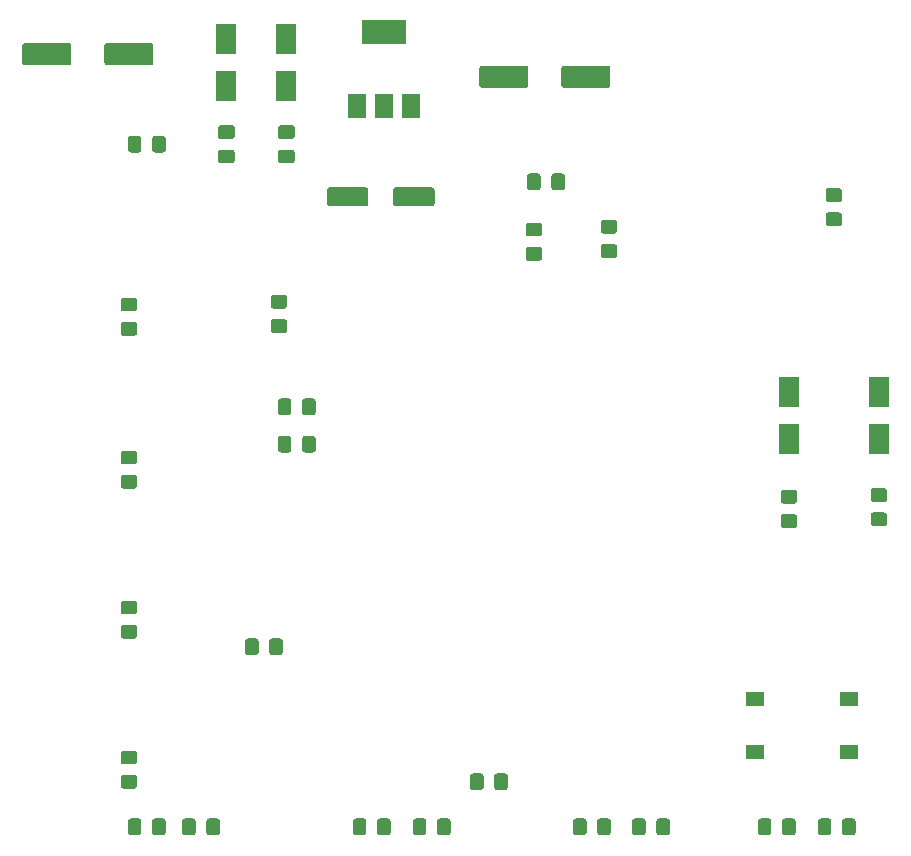
<source format=gbr>
G04 #@! TF.GenerationSoftware,KiCad,Pcbnew,5.1.5-52549c5~84~ubuntu18.04.1*
G04 #@! TF.CreationDate,2020-02-02T15:04:15+01:00*
G04 #@! TF.ProjectId,autopool,6175746f-706f-46f6-9c2e-6b696361645f,rev?*
G04 #@! TF.SameCoordinates,Original*
G04 #@! TF.FileFunction,Paste,Top*
G04 #@! TF.FilePolarity,Positive*
%FSLAX46Y46*%
G04 Gerber Fmt 4.6, Leading zero omitted, Abs format (unit mm)*
G04 Created by KiCad (PCBNEW 5.1.5-52549c5~84~ubuntu18.04.1) date 2020-02-02 15:04:15*
%MOMM*%
%LPD*%
G04 APERTURE LIST*
%ADD10C,0.100000*%
%ADD11R,1.800000X2.500000*%
%ADD12R,1.500000X2.000000*%
%ADD13R,3.800000X2.000000*%
%ADD14R,1.550000X1.300000*%
G04 APERTURE END LIST*
D10*
G36*
X151604505Y-100391204D02*
G01*
X151628773Y-100394804D01*
X151652572Y-100400765D01*
X151675671Y-100409030D01*
X151697850Y-100419520D01*
X151718893Y-100432132D01*
X151738599Y-100446747D01*
X151756777Y-100463223D01*
X151773253Y-100481401D01*
X151787868Y-100501107D01*
X151800480Y-100522150D01*
X151810970Y-100544329D01*
X151819235Y-100567428D01*
X151825196Y-100591227D01*
X151828796Y-100615495D01*
X151830000Y-100639999D01*
X151830000Y-101290001D01*
X151828796Y-101314505D01*
X151825196Y-101338773D01*
X151819235Y-101362572D01*
X151810970Y-101385671D01*
X151800480Y-101407850D01*
X151787868Y-101428893D01*
X151773253Y-101448599D01*
X151756777Y-101466777D01*
X151738599Y-101483253D01*
X151718893Y-101497868D01*
X151697850Y-101510480D01*
X151675671Y-101520970D01*
X151652572Y-101529235D01*
X151628773Y-101535196D01*
X151604505Y-101538796D01*
X151580001Y-101540000D01*
X150679999Y-101540000D01*
X150655495Y-101538796D01*
X150631227Y-101535196D01*
X150607428Y-101529235D01*
X150584329Y-101520970D01*
X150562150Y-101510480D01*
X150541107Y-101497868D01*
X150521401Y-101483253D01*
X150503223Y-101466777D01*
X150486747Y-101448599D01*
X150472132Y-101428893D01*
X150459520Y-101407850D01*
X150449030Y-101385671D01*
X150440765Y-101362572D01*
X150434804Y-101338773D01*
X150431204Y-101314505D01*
X150430000Y-101290001D01*
X150430000Y-100639999D01*
X150431204Y-100615495D01*
X150434804Y-100591227D01*
X150440765Y-100567428D01*
X150449030Y-100544329D01*
X150459520Y-100522150D01*
X150472132Y-100501107D01*
X150486747Y-100481401D01*
X150503223Y-100463223D01*
X150521401Y-100446747D01*
X150541107Y-100432132D01*
X150562150Y-100419520D01*
X150584329Y-100409030D01*
X150607428Y-100400765D01*
X150631227Y-100394804D01*
X150655495Y-100391204D01*
X150679999Y-100390000D01*
X151580001Y-100390000D01*
X151604505Y-100391204D01*
G37*
G36*
X151604505Y-98341204D02*
G01*
X151628773Y-98344804D01*
X151652572Y-98350765D01*
X151675671Y-98359030D01*
X151697850Y-98369520D01*
X151718893Y-98382132D01*
X151738599Y-98396747D01*
X151756777Y-98413223D01*
X151773253Y-98431401D01*
X151787868Y-98451107D01*
X151800480Y-98472150D01*
X151810970Y-98494329D01*
X151819235Y-98517428D01*
X151825196Y-98541227D01*
X151828796Y-98565495D01*
X151830000Y-98589999D01*
X151830000Y-99240001D01*
X151828796Y-99264505D01*
X151825196Y-99288773D01*
X151819235Y-99312572D01*
X151810970Y-99335671D01*
X151800480Y-99357850D01*
X151787868Y-99378893D01*
X151773253Y-99398599D01*
X151756777Y-99416777D01*
X151738599Y-99433253D01*
X151718893Y-99447868D01*
X151697850Y-99460480D01*
X151675671Y-99470970D01*
X151652572Y-99479235D01*
X151628773Y-99485196D01*
X151604505Y-99488796D01*
X151580001Y-99490000D01*
X150679999Y-99490000D01*
X150655495Y-99488796D01*
X150631227Y-99485196D01*
X150607428Y-99479235D01*
X150584329Y-99470970D01*
X150562150Y-99460480D01*
X150541107Y-99447868D01*
X150521401Y-99433253D01*
X150503223Y-99416777D01*
X150486747Y-99398599D01*
X150472132Y-99378893D01*
X150459520Y-99357850D01*
X150449030Y-99335671D01*
X150440765Y-99312572D01*
X150434804Y-99288773D01*
X150431204Y-99264505D01*
X150430000Y-99240001D01*
X150430000Y-98589999D01*
X150431204Y-98565495D01*
X150434804Y-98541227D01*
X150440765Y-98517428D01*
X150449030Y-98494329D01*
X150459520Y-98472150D01*
X150472132Y-98451107D01*
X150486747Y-98431401D01*
X150503223Y-98413223D01*
X150521401Y-98396747D01*
X150541107Y-98382132D01*
X150562150Y-98369520D01*
X150584329Y-98359030D01*
X150607428Y-98350765D01*
X150631227Y-98344804D01*
X150655495Y-98341204D01*
X150679999Y-98340000D01*
X151580001Y-98340000D01*
X151604505Y-98341204D01*
G37*
D11*
X151130000Y-90170000D03*
X151130000Y-94170000D03*
D10*
G36*
X107684504Y-72861204D02*
G01*
X107708773Y-72864804D01*
X107732571Y-72870765D01*
X107755671Y-72879030D01*
X107777849Y-72889520D01*
X107798893Y-72902133D01*
X107818598Y-72916747D01*
X107836777Y-72933223D01*
X107853253Y-72951402D01*
X107867867Y-72971107D01*
X107880480Y-72992151D01*
X107890970Y-73014329D01*
X107899235Y-73037429D01*
X107905196Y-73061227D01*
X107908796Y-73085496D01*
X107910000Y-73110000D01*
X107910000Y-74210000D01*
X107908796Y-74234504D01*
X107905196Y-74258773D01*
X107899235Y-74282571D01*
X107890970Y-74305671D01*
X107880480Y-74327849D01*
X107867867Y-74348893D01*
X107853253Y-74368598D01*
X107836777Y-74386777D01*
X107818598Y-74403253D01*
X107798893Y-74417867D01*
X107777849Y-74430480D01*
X107755671Y-74440970D01*
X107732571Y-74449235D01*
X107708773Y-74455196D01*
X107684504Y-74458796D01*
X107660000Y-74460000D01*
X104660000Y-74460000D01*
X104635496Y-74458796D01*
X104611227Y-74455196D01*
X104587429Y-74449235D01*
X104564329Y-74440970D01*
X104542151Y-74430480D01*
X104521107Y-74417867D01*
X104501402Y-74403253D01*
X104483223Y-74386777D01*
X104466747Y-74368598D01*
X104452133Y-74348893D01*
X104439520Y-74327849D01*
X104429030Y-74305671D01*
X104420765Y-74282571D01*
X104414804Y-74258773D01*
X104411204Y-74234504D01*
X104410000Y-74210000D01*
X104410000Y-73110000D01*
X104411204Y-73085496D01*
X104414804Y-73061227D01*
X104420765Y-73037429D01*
X104429030Y-73014329D01*
X104439520Y-72992151D01*
X104452133Y-72971107D01*
X104466747Y-72951402D01*
X104483223Y-72933223D01*
X104501402Y-72916747D01*
X104521107Y-72902133D01*
X104542151Y-72889520D01*
X104564329Y-72879030D01*
X104587429Y-72870765D01*
X104611227Y-72864804D01*
X104635496Y-72861204D01*
X104660000Y-72860000D01*
X107660000Y-72860000D01*
X107684504Y-72861204D01*
G37*
G36*
X113284504Y-72861204D02*
G01*
X113308773Y-72864804D01*
X113332571Y-72870765D01*
X113355671Y-72879030D01*
X113377849Y-72889520D01*
X113398893Y-72902133D01*
X113418598Y-72916747D01*
X113436777Y-72933223D01*
X113453253Y-72951402D01*
X113467867Y-72971107D01*
X113480480Y-72992151D01*
X113490970Y-73014329D01*
X113499235Y-73037429D01*
X113505196Y-73061227D01*
X113508796Y-73085496D01*
X113510000Y-73110000D01*
X113510000Y-74210000D01*
X113508796Y-74234504D01*
X113505196Y-74258773D01*
X113499235Y-74282571D01*
X113490970Y-74305671D01*
X113480480Y-74327849D01*
X113467867Y-74348893D01*
X113453253Y-74368598D01*
X113436777Y-74386777D01*
X113418598Y-74403253D01*
X113398893Y-74417867D01*
X113377849Y-74430480D01*
X113355671Y-74440970D01*
X113332571Y-74449235D01*
X113308773Y-74455196D01*
X113284504Y-74458796D01*
X113260000Y-74460000D01*
X110260000Y-74460000D01*
X110235496Y-74458796D01*
X110211227Y-74455196D01*
X110187429Y-74449235D01*
X110164329Y-74440970D01*
X110142151Y-74430480D01*
X110121107Y-74417867D01*
X110101402Y-74403253D01*
X110083223Y-74386777D01*
X110066747Y-74368598D01*
X110052133Y-74348893D01*
X110039520Y-74327849D01*
X110029030Y-74305671D01*
X110020765Y-74282571D01*
X110014804Y-74258773D01*
X110011204Y-74234504D01*
X110010000Y-74210000D01*
X110010000Y-73110000D01*
X110011204Y-73085496D01*
X110014804Y-73061227D01*
X110020765Y-73037429D01*
X110029030Y-73014329D01*
X110039520Y-72992151D01*
X110052133Y-72971107D01*
X110066747Y-72951402D01*
X110083223Y-72933223D01*
X110101402Y-72916747D01*
X110121107Y-72902133D01*
X110142151Y-72889520D01*
X110164329Y-72879030D01*
X110187429Y-72870765D01*
X110211227Y-72864804D01*
X110235496Y-72861204D01*
X110260000Y-72860000D01*
X113260000Y-72860000D01*
X113284504Y-72861204D01*
G37*
G36*
X128744505Y-77676204D02*
G01*
X128768773Y-77679804D01*
X128792572Y-77685765D01*
X128815671Y-77694030D01*
X128837850Y-77704520D01*
X128858893Y-77717132D01*
X128878599Y-77731747D01*
X128896777Y-77748223D01*
X128913253Y-77766401D01*
X128927868Y-77786107D01*
X128940480Y-77807150D01*
X128950970Y-77829329D01*
X128959235Y-77852428D01*
X128965196Y-77876227D01*
X128968796Y-77900495D01*
X128970000Y-77924999D01*
X128970000Y-78575001D01*
X128968796Y-78599505D01*
X128965196Y-78623773D01*
X128959235Y-78647572D01*
X128950970Y-78670671D01*
X128940480Y-78692850D01*
X128927868Y-78713893D01*
X128913253Y-78733599D01*
X128896777Y-78751777D01*
X128878599Y-78768253D01*
X128858893Y-78782868D01*
X128837850Y-78795480D01*
X128815671Y-78805970D01*
X128792572Y-78814235D01*
X128768773Y-78820196D01*
X128744505Y-78823796D01*
X128720001Y-78825000D01*
X127819999Y-78825000D01*
X127795495Y-78823796D01*
X127771227Y-78820196D01*
X127747428Y-78814235D01*
X127724329Y-78805970D01*
X127702150Y-78795480D01*
X127681107Y-78782868D01*
X127661401Y-78768253D01*
X127643223Y-78751777D01*
X127626747Y-78733599D01*
X127612132Y-78713893D01*
X127599520Y-78692850D01*
X127589030Y-78670671D01*
X127580765Y-78647572D01*
X127574804Y-78623773D01*
X127571204Y-78599505D01*
X127570000Y-78575001D01*
X127570000Y-77924999D01*
X127571204Y-77900495D01*
X127574804Y-77876227D01*
X127580765Y-77852428D01*
X127589030Y-77829329D01*
X127599520Y-77807150D01*
X127612132Y-77786107D01*
X127626747Y-77766401D01*
X127643223Y-77748223D01*
X127661401Y-77731747D01*
X127681107Y-77717132D01*
X127702150Y-77704520D01*
X127724329Y-77694030D01*
X127747428Y-77685765D01*
X127771227Y-77679804D01*
X127795495Y-77676204D01*
X127819999Y-77675000D01*
X128720001Y-77675000D01*
X128744505Y-77676204D01*
G37*
G36*
X128744505Y-75626204D02*
G01*
X128768773Y-75629804D01*
X128792572Y-75635765D01*
X128815671Y-75644030D01*
X128837850Y-75654520D01*
X128858893Y-75667132D01*
X128878599Y-75681747D01*
X128896777Y-75698223D01*
X128913253Y-75716401D01*
X128927868Y-75736107D01*
X128940480Y-75757150D01*
X128950970Y-75779329D01*
X128959235Y-75802428D01*
X128965196Y-75826227D01*
X128968796Y-75850495D01*
X128970000Y-75874999D01*
X128970000Y-76525001D01*
X128968796Y-76549505D01*
X128965196Y-76573773D01*
X128959235Y-76597572D01*
X128950970Y-76620671D01*
X128940480Y-76642850D01*
X128927868Y-76663893D01*
X128913253Y-76683599D01*
X128896777Y-76701777D01*
X128878599Y-76718253D01*
X128858893Y-76732868D01*
X128837850Y-76745480D01*
X128815671Y-76755970D01*
X128792572Y-76764235D01*
X128768773Y-76770196D01*
X128744505Y-76773796D01*
X128720001Y-76775000D01*
X127819999Y-76775000D01*
X127795495Y-76773796D01*
X127771227Y-76770196D01*
X127747428Y-76764235D01*
X127724329Y-76755970D01*
X127702150Y-76745480D01*
X127681107Y-76732868D01*
X127661401Y-76718253D01*
X127643223Y-76701777D01*
X127626747Y-76683599D01*
X127612132Y-76663893D01*
X127599520Y-76642850D01*
X127589030Y-76620671D01*
X127580765Y-76597572D01*
X127574804Y-76573773D01*
X127571204Y-76549505D01*
X127570000Y-76525001D01*
X127570000Y-75874999D01*
X127571204Y-75850495D01*
X127574804Y-75826227D01*
X127580765Y-75802428D01*
X127589030Y-75779329D01*
X127599520Y-75757150D01*
X127612132Y-75736107D01*
X127626747Y-75716401D01*
X127643223Y-75698223D01*
X127661401Y-75681747D01*
X127681107Y-75667132D01*
X127702150Y-75654520D01*
X127724329Y-75644030D01*
X127747428Y-75635765D01*
X127771227Y-75629804D01*
X127795495Y-75626204D01*
X127819999Y-75625000D01*
X128720001Y-75625000D01*
X128744505Y-75626204D01*
G37*
D11*
X143510000Y-90170000D03*
X143510000Y-94170000D03*
X100965000Y-60325000D03*
X100965000Y-64325000D03*
X95885000Y-60325000D03*
X95885000Y-64325000D03*
D10*
G36*
X143984505Y-100536204D02*
G01*
X144008773Y-100539804D01*
X144032572Y-100545765D01*
X144055671Y-100554030D01*
X144077850Y-100564520D01*
X144098893Y-100577132D01*
X144118599Y-100591747D01*
X144136777Y-100608223D01*
X144153253Y-100626401D01*
X144167868Y-100646107D01*
X144180480Y-100667150D01*
X144190970Y-100689329D01*
X144199235Y-100712428D01*
X144205196Y-100736227D01*
X144208796Y-100760495D01*
X144210000Y-100784999D01*
X144210000Y-101435001D01*
X144208796Y-101459505D01*
X144205196Y-101483773D01*
X144199235Y-101507572D01*
X144190970Y-101530671D01*
X144180480Y-101552850D01*
X144167868Y-101573893D01*
X144153253Y-101593599D01*
X144136777Y-101611777D01*
X144118599Y-101628253D01*
X144098893Y-101642868D01*
X144077850Y-101655480D01*
X144055671Y-101665970D01*
X144032572Y-101674235D01*
X144008773Y-101680196D01*
X143984505Y-101683796D01*
X143960001Y-101685000D01*
X143059999Y-101685000D01*
X143035495Y-101683796D01*
X143011227Y-101680196D01*
X142987428Y-101674235D01*
X142964329Y-101665970D01*
X142942150Y-101655480D01*
X142921107Y-101642868D01*
X142901401Y-101628253D01*
X142883223Y-101611777D01*
X142866747Y-101593599D01*
X142852132Y-101573893D01*
X142839520Y-101552850D01*
X142829030Y-101530671D01*
X142820765Y-101507572D01*
X142814804Y-101483773D01*
X142811204Y-101459505D01*
X142810000Y-101435001D01*
X142810000Y-100784999D01*
X142811204Y-100760495D01*
X142814804Y-100736227D01*
X142820765Y-100712428D01*
X142829030Y-100689329D01*
X142839520Y-100667150D01*
X142852132Y-100646107D01*
X142866747Y-100626401D01*
X142883223Y-100608223D01*
X142901401Y-100591747D01*
X142921107Y-100577132D01*
X142942150Y-100564520D01*
X142964329Y-100554030D01*
X142987428Y-100545765D01*
X143011227Y-100539804D01*
X143035495Y-100536204D01*
X143059999Y-100535000D01*
X143960001Y-100535000D01*
X143984505Y-100536204D01*
G37*
G36*
X143984505Y-98486204D02*
G01*
X144008773Y-98489804D01*
X144032572Y-98495765D01*
X144055671Y-98504030D01*
X144077850Y-98514520D01*
X144098893Y-98527132D01*
X144118599Y-98541747D01*
X144136777Y-98558223D01*
X144153253Y-98576401D01*
X144167868Y-98596107D01*
X144180480Y-98617150D01*
X144190970Y-98639329D01*
X144199235Y-98662428D01*
X144205196Y-98686227D01*
X144208796Y-98710495D01*
X144210000Y-98734999D01*
X144210000Y-99385001D01*
X144208796Y-99409505D01*
X144205196Y-99433773D01*
X144199235Y-99457572D01*
X144190970Y-99480671D01*
X144180480Y-99502850D01*
X144167868Y-99523893D01*
X144153253Y-99543599D01*
X144136777Y-99561777D01*
X144118599Y-99578253D01*
X144098893Y-99592868D01*
X144077850Y-99605480D01*
X144055671Y-99615970D01*
X144032572Y-99624235D01*
X144008773Y-99630196D01*
X143984505Y-99633796D01*
X143960001Y-99635000D01*
X143059999Y-99635000D01*
X143035495Y-99633796D01*
X143011227Y-99630196D01*
X142987428Y-99624235D01*
X142964329Y-99615970D01*
X142942150Y-99605480D01*
X142921107Y-99592868D01*
X142901401Y-99578253D01*
X142883223Y-99561777D01*
X142866747Y-99543599D01*
X142852132Y-99523893D01*
X142839520Y-99502850D01*
X142829030Y-99480671D01*
X142820765Y-99457572D01*
X142814804Y-99433773D01*
X142811204Y-99409505D01*
X142810000Y-99385001D01*
X142810000Y-98734999D01*
X142811204Y-98710495D01*
X142814804Y-98686227D01*
X142820765Y-98662428D01*
X142829030Y-98639329D01*
X142839520Y-98617150D01*
X142852132Y-98596107D01*
X142866747Y-98576401D01*
X142883223Y-98558223D01*
X142901401Y-98541747D01*
X142921107Y-98527132D01*
X142942150Y-98514520D01*
X142964329Y-98504030D01*
X142987428Y-98495765D01*
X143011227Y-98489804D01*
X143035495Y-98486204D01*
X143059999Y-98485000D01*
X143960001Y-98485000D01*
X143984505Y-98486204D01*
G37*
G36*
X101439505Y-69666204D02*
G01*
X101463773Y-69669804D01*
X101487572Y-69675765D01*
X101510671Y-69684030D01*
X101532850Y-69694520D01*
X101553893Y-69707132D01*
X101573599Y-69721747D01*
X101591777Y-69738223D01*
X101608253Y-69756401D01*
X101622868Y-69776107D01*
X101635480Y-69797150D01*
X101645970Y-69819329D01*
X101654235Y-69842428D01*
X101660196Y-69866227D01*
X101663796Y-69890495D01*
X101665000Y-69914999D01*
X101665000Y-70565001D01*
X101663796Y-70589505D01*
X101660196Y-70613773D01*
X101654235Y-70637572D01*
X101645970Y-70660671D01*
X101635480Y-70682850D01*
X101622868Y-70703893D01*
X101608253Y-70723599D01*
X101591777Y-70741777D01*
X101573599Y-70758253D01*
X101553893Y-70772868D01*
X101532850Y-70785480D01*
X101510671Y-70795970D01*
X101487572Y-70804235D01*
X101463773Y-70810196D01*
X101439505Y-70813796D01*
X101415001Y-70815000D01*
X100514999Y-70815000D01*
X100490495Y-70813796D01*
X100466227Y-70810196D01*
X100442428Y-70804235D01*
X100419329Y-70795970D01*
X100397150Y-70785480D01*
X100376107Y-70772868D01*
X100356401Y-70758253D01*
X100338223Y-70741777D01*
X100321747Y-70723599D01*
X100307132Y-70703893D01*
X100294520Y-70682850D01*
X100284030Y-70660671D01*
X100275765Y-70637572D01*
X100269804Y-70613773D01*
X100266204Y-70589505D01*
X100265000Y-70565001D01*
X100265000Y-69914999D01*
X100266204Y-69890495D01*
X100269804Y-69866227D01*
X100275765Y-69842428D01*
X100284030Y-69819329D01*
X100294520Y-69797150D01*
X100307132Y-69776107D01*
X100321747Y-69756401D01*
X100338223Y-69738223D01*
X100356401Y-69721747D01*
X100376107Y-69707132D01*
X100397150Y-69694520D01*
X100419329Y-69684030D01*
X100442428Y-69675765D01*
X100466227Y-69669804D01*
X100490495Y-69666204D01*
X100514999Y-69665000D01*
X101415001Y-69665000D01*
X101439505Y-69666204D01*
G37*
G36*
X101439505Y-67616204D02*
G01*
X101463773Y-67619804D01*
X101487572Y-67625765D01*
X101510671Y-67634030D01*
X101532850Y-67644520D01*
X101553893Y-67657132D01*
X101573599Y-67671747D01*
X101591777Y-67688223D01*
X101608253Y-67706401D01*
X101622868Y-67726107D01*
X101635480Y-67747150D01*
X101645970Y-67769329D01*
X101654235Y-67792428D01*
X101660196Y-67816227D01*
X101663796Y-67840495D01*
X101665000Y-67864999D01*
X101665000Y-68515001D01*
X101663796Y-68539505D01*
X101660196Y-68563773D01*
X101654235Y-68587572D01*
X101645970Y-68610671D01*
X101635480Y-68632850D01*
X101622868Y-68653893D01*
X101608253Y-68673599D01*
X101591777Y-68691777D01*
X101573599Y-68708253D01*
X101553893Y-68722868D01*
X101532850Y-68735480D01*
X101510671Y-68745970D01*
X101487572Y-68754235D01*
X101463773Y-68760196D01*
X101439505Y-68763796D01*
X101415001Y-68765000D01*
X100514999Y-68765000D01*
X100490495Y-68763796D01*
X100466227Y-68760196D01*
X100442428Y-68754235D01*
X100419329Y-68745970D01*
X100397150Y-68735480D01*
X100376107Y-68722868D01*
X100356401Y-68708253D01*
X100338223Y-68691777D01*
X100321747Y-68673599D01*
X100307132Y-68653893D01*
X100294520Y-68632850D01*
X100284030Y-68610671D01*
X100275765Y-68587572D01*
X100269804Y-68563773D01*
X100266204Y-68539505D01*
X100265000Y-68515001D01*
X100265000Y-67864999D01*
X100266204Y-67840495D01*
X100269804Y-67816227D01*
X100275765Y-67792428D01*
X100284030Y-67769329D01*
X100294520Y-67747150D01*
X100307132Y-67726107D01*
X100321747Y-67706401D01*
X100338223Y-67688223D01*
X100356401Y-67671747D01*
X100376107Y-67657132D01*
X100397150Y-67644520D01*
X100419329Y-67634030D01*
X100442428Y-67625765D01*
X100466227Y-67619804D01*
X100490495Y-67616204D01*
X100514999Y-67615000D01*
X101415001Y-67615000D01*
X101439505Y-67616204D01*
G37*
G36*
X101169505Y-90741204D02*
G01*
X101193773Y-90744804D01*
X101217572Y-90750765D01*
X101240671Y-90759030D01*
X101262850Y-90769520D01*
X101283893Y-90782132D01*
X101303599Y-90796747D01*
X101321777Y-90813223D01*
X101338253Y-90831401D01*
X101352868Y-90851107D01*
X101365480Y-90872150D01*
X101375970Y-90894329D01*
X101384235Y-90917428D01*
X101390196Y-90941227D01*
X101393796Y-90965495D01*
X101395000Y-90989999D01*
X101395000Y-91890001D01*
X101393796Y-91914505D01*
X101390196Y-91938773D01*
X101384235Y-91962572D01*
X101375970Y-91985671D01*
X101365480Y-92007850D01*
X101352868Y-92028893D01*
X101338253Y-92048599D01*
X101321777Y-92066777D01*
X101303599Y-92083253D01*
X101283893Y-92097868D01*
X101262850Y-92110480D01*
X101240671Y-92120970D01*
X101217572Y-92129235D01*
X101193773Y-92135196D01*
X101169505Y-92138796D01*
X101145001Y-92140000D01*
X100494999Y-92140000D01*
X100470495Y-92138796D01*
X100446227Y-92135196D01*
X100422428Y-92129235D01*
X100399329Y-92120970D01*
X100377150Y-92110480D01*
X100356107Y-92097868D01*
X100336401Y-92083253D01*
X100318223Y-92066777D01*
X100301747Y-92048599D01*
X100287132Y-92028893D01*
X100274520Y-92007850D01*
X100264030Y-91985671D01*
X100255765Y-91962572D01*
X100249804Y-91938773D01*
X100246204Y-91914505D01*
X100245000Y-91890001D01*
X100245000Y-90989999D01*
X100246204Y-90965495D01*
X100249804Y-90941227D01*
X100255765Y-90917428D01*
X100264030Y-90894329D01*
X100274520Y-90872150D01*
X100287132Y-90851107D01*
X100301747Y-90831401D01*
X100318223Y-90813223D01*
X100336401Y-90796747D01*
X100356107Y-90782132D01*
X100377150Y-90769520D01*
X100399329Y-90759030D01*
X100422428Y-90750765D01*
X100446227Y-90744804D01*
X100470495Y-90741204D01*
X100494999Y-90740000D01*
X101145001Y-90740000D01*
X101169505Y-90741204D01*
G37*
G36*
X103219505Y-90741204D02*
G01*
X103243773Y-90744804D01*
X103267572Y-90750765D01*
X103290671Y-90759030D01*
X103312850Y-90769520D01*
X103333893Y-90782132D01*
X103353599Y-90796747D01*
X103371777Y-90813223D01*
X103388253Y-90831401D01*
X103402868Y-90851107D01*
X103415480Y-90872150D01*
X103425970Y-90894329D01*
X103434235Y-90917428D01*
X103440196Y-90941227D01*
X103443796Y-90965495D01*
X103445000Y-90989999D01*
X103445000Y-91890001D01*
X103443796Y-91914505D01*
X103440196Y-91938773D01*
X103434235Y-91962572D01*
X103425970Y-91985671D01*
X103415480Y-92007850D01*
X103402868Y-92028893D01*
X103388253Y-92048599D01*
X103371777Y-92066777D01*
X103353599Y-92083253D01*
X103333893Y-92097868D01*
X103312850Y-92110480D01*
X103290671Y-92120970D01*
X103267572Y-92129235D01*
X103243773Y-92135196D01*
X103219505Y-92138796D01*
X103195001Y-92140000D01*
X102544999Y-92140000D01*
X102520495Y-92138796D01*
X102496227Y-92135196D01*
X102472428Y-92129235D01*
X102449329Y-92120970D01*
X102427150Y-92110480D01*
X102406107Y-92097868D01*
X102386401Y-92083253D01*
X102368223Y-92066777D01*
X102351747Y-92048599D01*
X102337132Y-92028893D01*
X102324520Y-92007850D01*
X102314030Y-91985671D01*
X102305765Y-91962572D01*
X102299804Y-91938773D01*
X102296204Y-91914505D01*
X102295000Y-91890001D01*
X102295000Y-90989999D01*
X102296204Y-90965495D01*
X102299804Y-90941227D01*
X102305765Y-90917428D01*
X102314030Y-90894329D01*
X102324520Y-90872150D01*
X102337132Y-90851107D01*
X102351747Y-90831401D01*
X102368223Y-90813223D01*
X102386401Y-90796747D01*
X102406107Y-90782132D01*
X102427150Y-90769520D01*
X102449329Y-90759030D01*
X102472428Y-90750765D01*
X102496227Y-90744804D01*
X102520495Y-90741204D01*
X102544999Y-90740000D01*
X103195001Y-90740000D01*
X103219505Y-90741204D01*
G37*
G36*
X101169505Y-93916204D02*
G01*
X101193773Y-93919804D01*
X101217572Y-93925765D01*
X101240671Y-93934030D01*
X101262850Y-93944520D01*
X101283893Y-93957132D01*
X101303599Y-93971747D01*
X101321777Y-93988223D01*
X101338253Y-94006401D01*
X101352868Y-94026107D01*
X101365480Y-94047150D01*
X101375970Y-94069329D01*
X101384235Y-94092428D01*
X101390196Y-94116227D01*
X101393796Y-94140495D01*
X101395000Y-94164999D01*
X101395000Y-95065001D01*
X101393796Y-95089505D01*
X101390196Y-95113773D01*
X101384235Y-95137572D01*
X101375970Y-95160671D01*
X101365480Y-95182850D01*
X101352868Y-95203893D01*
X101338253Y-95223599D01*
X101321777Y-95241777D01*
X101303599Y-95258253D01*
X101283893Y-95272868D01*
X101262850Y-95285480D01*
X101240671Y-95295970D01*
X101217572Y-95304235D01*
X101193773Y-95310196D01*
X101169505Y-95313796D01*
X101145001Y-95315000D01*
X100494999Y-95315000D01*
X100470495Y-95313796D01*
X100446227Y-95310196D01*
X100422428Y-95304235D01*
X100399329Y-95295970D01*
X100377150Y-95285480D01*
X100356107Y-95272868D01*
X100336401Y-95258253D01*
X100318223Y-95241777D01*
X100301747Y-95223599D01*
X100287132Y-95203893D01*
X100274520Y-95182850D01*
X100264030Y-95160671D01*
X100255765Y-95137572D01*
X100249804Y-95113773D01*
X100246204Y-95089505D01*
X100245000Y-95065001D01*
X100245000Y-94164999D01*
X100246204Y-94140495D01*
X100249804Y-94116227D01*
X100255765Y-94092428D01*
X100264030Y-94069329D01*
X100274520Y-94047150D01*
X100287132Y-94026107D01*
X100301747Y-94006401D01*
X100318223Y-93988223D01*
X100336401Y-93971747D01*
X100356107Y-93957132D01*
X100377150Y-93944520D01*
X100399329Y-93934030D01*
X100422428Y-93925765D01*
X100446227Y-93919804D01*
X100470495Y-93916204D01*
X100494999Y-93915000D01*
X101145001Y-93915000D01*
X101169505Y-93916204D01*
G37*
G36*
X103219505Y-93916204D02*
G01*
X103243773Y-93919804D01*
X103267572Y-93925765D01*
X103290671Y-93934030D01*
X103312850Y-93944520D01*
X103333893Y-93957132D01*
X103353599Y-93971747D01*
X103371777Y-93988223D01*
X103388253Y-94006401D01*
X103402868Y-94026107D01*
X103415480Y-94047150D01*
X103425970Y-94069329D01*
X103434235Y-94092428D01*
X103440196Y-94116227D01*
X103443796Y-94140495D01*
X103445000Y-94164999D01*
X103445000Y-95065001D01*
X103443796Y-95089505D01*
X103440196Y-95113773D01*
X103434235Y-95137572D01*
X103425970Y-95160671D01*
X103415480Y-95182850D01*
X103402868Y-95203893D01*
X103388253Y-95223599D01*
X103371777Y-95241777D01*
X103353599Y-95258253D01*
X103333893Y-95272868D01*
X103312850Y-95285480D01*
X103290671Y-95295970D01*
X103267572Y-95304235D01*
X103243773Y-95310196D01*
X103219505Y-95313796D01*
X103195001Y-95315000D01*
X102544999Y-95315000D01*
X102520495Y-95313796D01*
X102496227Y-95310196D01*
X102472428Y-95304235D01*
X102449329Y-95295970D01*
X102427150Y-95285480D01*
X102406107Y-95272868D01*
X102386401Y-95258253D01*
X102368223Y-95241777D01*
X102351747Y-95223599D01*
X102337132Y-95203893D01*
X102324520Y-95182850D01*
X102314030Y-95160671D01*
X102305765Y-95137572D01*
X102299804Y-95113773D01*
X102296204Y-95089505D01*
X102295000Y-95065001D01*
X102295000Y-94164999D01*
X102296204Y-94140495D01*
X102299804Y-94116227D01*
X102305765Y-94092428D01*
X102314030Y-94069329D01*
X102324520Y-94047150D01*
X102337132Y-94026107D01*
X102351747Y-94006401D01*
X102368223Y-93988223D01*
X102386401Y-93971747D01*
X102406107Y-93957132D01*
X102427150Y-93944520D01*
X102449329Y-93934030D01*
X102472428Y-93925765D01*
X102496227Y-93919804D01*
X102520495Y-93916204D01*
X102544999Y-93915000D01*
X103195001Y-93915000D01*
X103219505Y-93916204D01*
G37*
G36*
X96359505Y-69666204D02*
G01*
X96383773Y-69669804D01*
X96407572Y-69675765D01*
X96430671Y-69684030D01*
X96452850Y-69694520D01*
X96473893Y-69707132D01*
X96493599Y-69721747D01*
X96511777Y-69738223D01*
X96528253Y-69756401D01*
X96542868Y-69776107D01*
X96555480Y-69797150D01*
X96565970Y-69819329D01*
X96574235Y-69842428D01*
X96580196Y-69866227D01*
X96583796Y-69890495D01*
X96585000Y-69914999D01*
X96585000Y-70565001D01*
X96583796Y-70589505D01*
X96580196Y-70613773D01*
X96574235Y-70637572D01*
X96565970Y-70660671D01*
X96555480Y-70682850D01*
X96542868Y-70703893D01*
X96528253Y-70723599D01*
X96511777Y-70741777D01*
X96493599Y-70758253D01*
X96473893Y-70772868D01*
X96452850Y-70785480D01*
X96430671Y-70795970D01*
X96407572Y-70804235D01*
X96383773Y-70810196D01*
X96359505Y-70813796D01*
X96335001Y-70815000D01*
X95434999Y-70815000D01*
X95410495Y-70813796D01*
X95386227Y-70810196D01*
X95362428Y-70804235D01*
X95339329Y-70795970D01*
X95317150Y-70785480D01*
X95296107Y-70772868D01*
X95276401Y-70758253D01*
X95258223Y-70741777D01*
X95241747Y-70723599D01*
X95227132Y-70703893D01*
X95214520Y-70682850D01*
X95204030Y-70660671D01*
X95195765Y-70637572D01*
X95189804Y-70613773D01*
X95186204Y-70589505D01*
X95185000Y-70565001D01*
X95185000Y-69914999D01*
X95186204Y-69890495D01*
X95189804Y-69866227D01*
X95195765Y-69842428D01*
X95204030Y-69819329D01*
X95214520Y-69797150D01*
X95227132Y-69776107D01*
X95241747Y-69756401D01*
X95258223Y-69738223D01*
X95276401Y-69721747D01*
X95296107Y-69707132D01*
X95317150Y-69694520D01*
X95339329Y-69684030D01*
X95362428Y-69675765D01*
X95386227Y-69669804D01*
X95410495Y-69666204D01*
X95434999Y-69665000D01*
X96335001Y-69665000D01*
X96359505Y-69666204D01*
G37*
G36*
X96359505Y-67616204D02*
G01*
X96383773Y-67619804D01*
X96407572Y-67625765D01*
X96430671Y-67634030D01*
X96452850Y-67644520D01*
X96473893Y-67657132D01*
X96493599Y-67671747D01*
X96511777Y-67688223D01*
X96528253Y-67706401D01*
X96542868Y-67726107D01*
X96555480Y-67747150D01*
X96565970Y-67769329D01*
X96574235Y-67792428D01*
X96580196Y-67816227D01*
X96583796Y-67840495D01*
X96585000Y-67864999D01*
X96585000Y-68515001D01*
X96583796Y-68539505D01*
X96580196Y-68563773D01*
X96574235Y-68587572D01*
X96565970Y-68610671D01*
X96555480Y-68632850D01*
X96542868Y-68653893D01*
X96528253Y-68673599D01*
X96511777Y-68691777D01*
X96493599Y-68708253D01*
X96473893Y-68722868D01*
X96452850Y-68735480D01*
X96430671Y-68745970D01*
X96407572Y-68754235D01*
X96383773Y-68760196D01*
X96359505Y-68763796D01*
X96335001Y-68765000D01*
X95434999Y-68765000D01*
X95410495Y-68763796D01*
X95386227Y-68760196D01*
X95362428Y-68754235D01*
X95339329Y-68745970D01*
X95317150Y-68735480D01*
X95296107Y-68722868D01*
X95276401Y-68708253D01*
X95258223Y-68691777D01*
X95241747Y-68673599D01*
X95227132Y-68653893D01*
X95214520Y-68632850D01*
X95204030Y-68610671D01*
X95195765Y-68587572D01*
X95189804Y-68563773D01*
X95186204Y-68539505D01*
X95185000Y-68515001D01*
X95185000Y-67864999D01*
X95186204Y-67840495D01*
X95189804Y-67816227D01*
X95195765Y-67792428D01*
X95204030Y-67769329D01*
X95214520Y-67747150D01*
X95227132Y-67726107D01*
X95241747Y-67706401D01*
X95258223Y-67688223D01*
X95276401Y-67671747D01*
X95296107Y-67657132D01*
X95317150Y-67644520D01*
X95339329Y-67634030D01*
X95362428Y-67625765D01*
X95386227Y-67619804D01*
X95410495Y-67616204D01*
X95434999Y-67615000D01*
X96335001Y-67615000D01*
X96359505Y-67616204D01*
G37*
G36*
X100434505Y-111061204D02*
G01*
X100458773Y-111064804D01*
X100482572Y-111070765D01*
X100505671Y-111079030D01*
X100527850Y-111089520D01*
X100548893Y-111102132D01*
X100568599Y-111116747D01*
X100586777Y-111133223D01*
X100603253Y-111151401D01*
X100617868Y-111171107D01*
X100630480Y-111192150D01*
X100640970Y-111214329D01*
X100649235Y-111237428D01*
X100655196Y-111261227D01*
X100658796Y-111285495D01*
X100660000Y-111309999D01*
X100660000Y-112210001D01*
X100658796Y-112234505D01*
X100655196Y-112258773D01*
X100649235Y-112282572D01*
X100640970Y-112305671D01*
X100630480Y-112327850D01*
X100617868Y-112348893D01*
X100603253Y-112368599D01*
X100586777Y-112386777D01*
X100568599Y-112403253D01*
X100548893Y-112417868D01*
X100527850Y-112430480D01*
X100505671Y-112440970D01*
X100482572Y-112449235D01*
X100458773Y-112455196D01*
X100434505Y-112458796D01*
X100410001Y-112460000D01*
X99759999Y-112460000D01*
X99735495Y-112458796D01*
X99711227Y-112455196D01*
X99687428Y-112449235D01*
X99664329Y-112440970D01*
X99642150Y-112430480D01*
X99621107Y-112417868D01*
X99601401Y-112403253D01*
X99583223Y-112386777D01*
X99566747Y-112368599D01*
X99552132Y-112348893D01*
X99539520Y-112327850D01*
X99529030Y-112305671D01*
X99520765Y-112282572D01*
X99514804Y-112258773D01*
X99511204Y-112234505D01*
X99510000Y-112210001D01*
X99510000Y-111309999D01*
X99511204Y-111285495D01*
X99514804Y-111261227D01*
X99520765Y-111237428D01*
X99529030Y-111214329D01*
X99539520Y-111192150D01*
X99552132Y-111171107D01*
X99566747Y-111151401D01*
X99583223Y-111133223D01*
X99601401Y-111116747D01*
X99621107Y-111102132D01*
X99642150Y-111089520D01*
X99664329Y-111079030D01*
X99687428Y-111070765D01*
X99711227Y-111064804D01*
X99735495Y-111061204D01*
X99759999Y-111060000D01*
X100410001Y-111060000D01*
X100434505Y-111061204D01*
G37*
G36*
X98384505Y-111061204D02*
G01*
X98408773Y-111064804D01*
X98432572Y-111070765D01*
X98455671Y-111079030D01*
X98477850Y-111089520D01*
X98498893Y-111102132D01*
X98518599Y-111116747D01*
X98536777Y-111133223D01*
X98553253Y-111151401D01*
X98567868Y-111171107D01*
X98580480Y-111192150D01*
X98590970Y-111214329D01*
X98599235Y-111237428D01*
X98605196Y-111261227D01*
X98608796Y-111285495D01*
X98610000Y-111309999D01*
X98610000Y-112210001D01*
X98608796Y-112234505D01*
X98605196Y-112258773D01*
X98599235Y-112282572D01*
X98590970Y-112305671D01*
X98580480Y-112327850D01*
X98567868Y-112348893D01*
X98553253Y-112368599D01*
X98536777Y-112386777D01*
X98518599Y-112403253D01*
X98498893Y-112417868D01*
X98477850Y-112430480D01*
X98455671Y-112440970D01*
X98432572Y-112449235D01*
X98408773Y-112455196D01*
X98384505Y-112458796D01*
X98360001Y-112460000D01*
X97709999Y-112460000D01*
X97685495Y-112458796D01*
X97661227Y-112455196D01*
X97637428Y-112449235D01*
X97614329Y-112440970D01*
X97592150Y-112430480D01*
X97571107Y-112417868D01*
X97551401Y-112403253D01*
X97533223Y-112386777D01*
X97516747Y-112368599D01*
X97502132Y-112348893D01*
X97489520Y-112327850D01*
X97479030Y-112305671D01*
X97470765Y-112282572D01*
X97464804Y-112258773D01*
X97461204Y-112234505D01*
X97460000Y-112210001D01*
X97460000Y-111309999D01*
X97461204Y-111285495D01*
X97464804Y-111261227D01*
X97470765Y-111237428D01*
X97479030Y-111214329D01*
X97489520Y-111192150D01*
X97502132Y-111171107D01*
X97516747Y-111151401D01*
X97533223Y-111133223D01*
X97551401Y-111116747D01*
X97571107Y-111102132D01*
X97592150Y-111089520D01*
X97614329Y-111079030D01*
X97637428Y-111070765D01*
X97661227Y-111064804D01*
X97685495Y-111061204D01*
X97709999Y-111060000D01*
X98360001Y-111060000D01*
X98384505Y-111061204D01*
G37*
G36*
X147794505Y-74991204D02*
G01*
X147818773Y-74994804D01*
X147842572Y-75000765D01*
X147865671Y-75009030D01*
X147887850Y-75019520D01*
X147908893Y-75032132D01*
X147928599Y-75046747D01*
X147946777Y-75063223D01*
X147963253Y-75081401D01*
X147977868Y-75101107D01*
X147990480Y-75122150D01*
X148000970Y-75144329D01*
X148009235Y-75167428D01*
X148015196Y-75191227D01*
X148018796Y-75215495D01*
X148020000Y-75239999D01*
X148020000Y-75890001D01*
X148018796Y-75914505D01*
X148015196Y-75938773D01*
X148009235Y-75962572D01*
X148000970Y-75985671D01*
X147990480Y-76007850D01*
X147977868Y-76028893D01*
X147963253Y-76048599D01*
X147946777Y-76066777D01*
X147928599Y-76083253D01*
X147908893Y-76097868D01*
X147887850Y-76110480D01*
X147865671Y-76120970D01*
X147842572Y-76129235D01*
X147818773Y-76135196D01*
X147794505Y-76138796D01*
X147770001Y-76140000D01*
X146869999Y-76140000D01*
X146845495Y-76138796D01*
X146821227Y-76135196D01*
X146797428Y-76129235D01*
X146774329Y-76120970D01*
X146752150Y-76110480D01*
X146731107Y-76097868D01*
X146711401Y-76083253D01*
X146693223Y-76066777D01*
X146676747Y-76048599D01*
X146662132Y-76028893D01*
X146649520Y-76007850D01*
X146639030Y-75985671D01*
X146630765Y-75962572D01*
X146624804Y-75938773D01*
X146621204Y-75914505D01*
X146620000Y-75890001D01*
X146620000Y-75239999D01*
X146621204Y-75215495D01*
X146624804Y-75191227D01*
X146630765Y-75167428D01*
X146639030Y-75144329D01*
X146649520Y-75122150D01*
X146662132Y-75101107D01*
X146676747Y-75081401D01*
X146693223Y-75063223D01*
X146711401Y-75046747D01*
X146731107Y-75032132D01*
X146752150Y-75019520D01*
X146774329Y-75009030D01*
X146797428Y-75000765D01*
X146821227Y-74994804D01*
X146845495Y-74991204D01*
X146869999Y-74990000D01*
X147770001Y-74990000D01*
X147794505Y-74991204D01*
G37*
G36*
X147794505Y-72941204D02*
G01*
X147818773Y-72944804D01*
X147842572Y-72950765D01*
X147865671Y-72959030D01*
X147887850Y-72969520D01*
X147908893Y-72982132D01*
X147928599Y-72996747D01*
X147946777Y-73013223D01*
X147963253Y-73031401D01*
X147977868Y-73051107D01*
X147990480Y-73072150D01*
X148000970Y-73094329D01*
X148009235Y-73117428D01*
X148015196Y-73141227D01*
X148018796Y-73165495D01*
X148020000Y-73189999D01*
X148020000Y-73840001D01*
X148018796Y-73864505D01*
X148015196Y-73888773D01*
X148009235Y-73912572D01*
X148000970Y-73935671D01*
X147990480Y-73957850D01*
X147977868Y-73978893D01*
X147963253Y-73998599D01*
X147946777Y-74016777D01*
X147928599Y-74033253D01*
X147908893Y-74047868D01*
X147887850Y-74060480D01*
X147865671Y-74070970D01*
X147842572Y-74079235D01*
X147818773Y-74085196D01*
X147794505Y-74088796D01*
X147770001Y-74090000D01*
X146869999Y-74090000D01*
X146845495Y-74088796D01*
X146821227Y-74085196D01*
X146797428Y-74079235D01*
X146774329Y-74070970D01*
X146752150Y-74060480D01*
X146731107Y-74047868D01*
X146711401Y-74033253D01*
X146693223Y-74016777D01*
X146676747Y-73998599D01*
X146662132Y-73978893D01*
X146649520Y-73957850D01*
X146639030Y-73935671D01*
X146630765Y-73912572D01*
X146624804Y-73888773D01*
X146621204Y-73864505D01*
X146620000Y-73840001D01*
X146620000Y-73189999D01*
X146621204Y-73165495D01*
X146624804Y-73141227D01*
X146630765Y-73117428D01*
X146639030Y-73094329D01*
X146649520Y-73072150D01*
X146662132Y-73051107D01*
X146676747Y-73031401D01*
X146693223Y-73013223D01*
X146711401Y-72996747D01*
X146731107Y-72982132D01*
X146752150Y-72969520D01*
X146774329Y-72959030D01*
X146797428Y-72950765D01*
X146821227Y-72944804D01*
X146845495Y-72941204D01*
X146869999Y-72940000D01*
X147770001Y-72940000D01*
X147794505Y-72941204D01*
G37*
G36*
X95109505Y-126301204D02*
G01*
X95133773Y-126304804D01*
X95157572Y-126310765D01*
X95180671Y-126319030D01*
X95202850Y-126329520D01*
X95223893Y-126342132D01*
X95243599Y-126356747D01*
X95261777Y-126373223D01*
X95278253Y-126391401D01*
X95292868Y-126411107D01*
X95305480Y-126432150D01*
X95315970Y-126454329D01*
X95324235Y-126477428D01*
X95330196Y-126501227D01*
X95333796Y-126525495D01*
X95335000Y-126549999D01*
X95335000Y-127450001D01*
X95333796Y-127474505D01*
X95330196Y-127498773D01*
X95324235Y-127522572D01*
X95315970Y-127545671D01*
X95305480Y-127567850D01*
X95292868Y-127588893D01*
X95278253Y-127608599D01*
X95261777Y-127626777D01*
X95243599Y-127643253D01*
X95223893Y-127657868D01*
X95202850Y-127670480D01*
X95180671Y-127680970D01*
X95157572Y-127689235D01*
X95133773Y-127695196D01*
X95109505Y-127698796D01*
X95085001Y-127700000D01*
X94434999Y-127700000D01*
X94410495Y-127698796D01*
X94386227Y-127695196D01*
X94362428Y-127689235D01*
X94339329Y-127680970D01*
X94317150Y-127670480D01*
X94296107Y-127657868D01*
X94276401Y-127643253D01*
X94258223Y-127626777D01*
X94241747Y-127608599D01*
X94227132Y-127588893D01*
X94214520Y-127567850D01*
X94204030Y-127545671D01*
X94195765Y-127522572D01*
X94189804Y-127498773D01*
X94186204Y-127474505D01*
X94185000Y-127450001D01*
X94185000Y-126549999D01*
X94186204Y-126525495D01*
X94189804Y-126501227D01*
X94195765Y-126477428D01*
X94204030Y-126454329D01*
X94214520Y-126432150D01*
X94227132Y-126411107D01*
X94241747Y-126391401D01*
X94258223Y-126373223D01*
X94276401Y-126356747D01*
X94296107Y-126342132D01*
X94317150Y-126329520D01*
X94339329Y-126319030D01*
X94362428Y-126310765D01*
X94386227Y-126304804D01*
X94410495Y-126301204D01*
X94434999Y-126300000D01*
X95085001Y-126300000D01*
X95109505Y-126301204D01*
G37*
G36*
X93059505Y-126301204D02*
G01*
X93083773Y-126304804D01*
X93107572Y-126310765D01*
X93130671Y-126319030D01*
X93152850Y-126329520D01*
X93173893Y-126342132D01*
X93193599Y-126356747D01*
X93211777Y-126373223D01*
X93228253Y-126391401D01*
X93242868Y-126411107D01*
X93255480Y-126432150D01*
X93265970Y-126454329D01*
X93274235Y-126477428D01*
X93280196Y-126501227D01*
X93283796Y-126525495D01*
X93285000Y-126549999D01*
X93285000Y-127450001D01*
X93283796Y-127474505D01*
X93280196Y-127498773D01*
X93274235Y-127522572D01*
X93265970Y-127545671D01*
X93255480Y-127567850D01*
X93242868Y-127588893D01*
X93228253Y-127608599D01*
X93211777Y-127626777D01*
X93193599Y-127643253D01*
X93173893Y-127657868D01*
X93152850Y-127670480D01*
X93130671Y-127680970D01*
X93107572Y-127689235D01*
X93083773Y-127695196D01*
X93059505Y-127698796D01*
X93035001Y-127700000D01*
X92384999Y-127700000D01*
X92360495Y-127698796D01*
X92336227Y-127695196D01*
X92312428Y-127689235D01*
X92289329Y-127680970D01*
X92267150Y-127670480D01*
X92246107Y-127657868D01*
X92226401Y-127643253D01*
X92208223Y-127626777D01*
X92191747Y-127608599D01*
X92177132Y-127588893D01*
X92164520Y-127567850D01*
X92154030Y-127545671D01*
X92145765Y-127522572D01*
X92139804Y-127498773D01*
X92136204Y-127474505D01*
X92135000Y-127450001D01*
X92135000Y-126549999D01*
X92136204Y-126525495D01*
X92139804Y-126501227D01*
X92145765Y-126477428D01*
X92154030Y-126454329D01*
X92164520Y-126432150D01*
X92177132Y-126411107D01*
X92191747Y-126391401D01*
X92208223Y-126373223D01*
X92226401Y-126356747D01*
X92246107Y-126342132D01*
X92267150Y-126329520D01*
X92289329Y-126319030D01*
X92312428Y-126310765D01*
X92336227Y-126304804D01*
X92360495Y-126301204D01*
X92384999Y-126300000D01*
X93035001Y-126300000D01*
X93059505Y-126301204D01*
G37*
G36*
X131159505Y-126301204D02*
G01*
X131183773Y-126304804D01*
X131207572Y-126310765D01*
X131230671Y-126319030D01*
X131252850Y-126329520D01*
X131273893Y-126342132D01*
X131293599Y-126356747D01*
X131311777Y-126373223D01*
X131328253Y-126391401D01*
X131342868Y-126411107D01*
X131355480Y-126432150D01*
X131365970Y-126454329D01*
X131374235Y-126477428D01*
X131380196Y-126501227D01*
X131383796Y-126525495D01*
X131385000Y-126549999D01*
X131385000Y-127450001D01*
X131383796Y-127474505D01*
X131380196Y-127498773D01*
X131374235Y-127522572D01*
X131365970Y-127545671D01*
X131355480Y-127567850D01*
X131342868Y-127588893D01*
X131328253Y-127608599D01*
X131311777Y-127626777D01*
X131293599Y-127643253D01*
X131273893Y-127657868D01*
X131252850Y-127670480D01*
X131230671Y-127680970D01*
X131207572Y-127689235D01*
X131183773Y-127695196D01*
X131159505Y-127698796D01*
X131135001Y-127700000D01*
X130484999Y-127700000D01*
X130460495Y-127698796D01*
X130436227Y-127695196D01*
X130412428Y-127689235D01*
X130389329Y-127680970D01*
X130367150Y-127670480D01*
X130346107Y-127657868D01*
X130326401Y-127643253D01*
X130308223Y-127626777D01*
X130291747Y-127608599D01*
X130277132Y-127588893D01*
X130264520Y-127567850D01*
X130254030Y-127545671D01*
X130245765Y-127522572D01*
X130239804Y-127498773D01*
X130236204Y-127474505D01*
X130235000Y-127450001D01*
X130235000Y-126549999D01*
X130236204Y-126525495D01*
X130239804Y-126501227D01*
X130245765Y-126477428D01*
X130254030Y-126454329D01*
X130264520Y-126432150D01*
X130277132Y-126411107D01*
X130291747Y-126391401D01*
X130308223Y-126373223D01*
X130326401Y-126356747D01*
X130346107Y-126342132D01*
X130367150Y-126329520D01*
X130389329Y-126319030D01*
X130412428Y-126310765D01*
X130436227Y-126304804D01*
X130460495Y-126301204D01*
X130484999Y-126300000D01*
X131135001Y-126300000D01*
X131159505Y-126301204D01*
G37*
G36*
X133209505Y-126301204D02*
G01*
X133233773Y-126304804D01*
X133257572Y-126310765D01*
X133280671Y-126319030D01*
X133302850Y-126329520D01*
X133323893Y-126342132D01*
X133343599Y-126356747D01*
X133361777Y-126373223D01*
X133378253Y-126391401D01*
X133392868Y-126411107D01*
X133405480Y-126432150D01*
X133415970Y-126454329D01*
X133424235Y-126477428D01*
X133430196Y-126501227D01*
X133433796Y-126525495D01*
X133435000Y-126549999D01*
X133435000Y-127450001D01*
X133433796Y-127474505D01*
X133430196Y-127498773D01*
X133424235Y-127522572D01*
X133415970Y-127545671D01*
X133405480Y-127567850D01*
X133392868Y-127588893D01*
X133378253Y-127608599D01*
X133361777Y-127626777D01*
X133343599Y-127643253D01*
X133323893Y-127657868D01*
X133302850Y-127670480D01*
X133280671Y-127680970D01*
X133257572Y-127689235D01*
X133233773Y-127695196D01*
X133209505Y-127698796D01*
X133185001Y-127700000D01*
X132534999Y-127700000D01*
X132510495Y-127698796D01*
X132486227Y-127695196D01*
X132462428Y-127689235D01*
X132439329Y-127680970D01*
X132417150Y-127670480D01*
X132396107Y-127657868D01*
X132376401Y-127643253D01*
X132358223Y-127626777D01*
X132341747Y-127608599D01*
X132327132Y-127588893D01*
X132314520Y-127567850D01*
X132304030Y-127545671D01*
X132295765Y-127522572D01*
X132289804Y-127498773D01*
X132286204Y-127474505D01*
X132285000Y-127450001D01*
X132285000Y-126549999D01*
X132286204Y-126525495D01*
X132289804Y-126501227D01*
X132295765Y-126477428D01*
X132304030Y-126454329D01*
X132314520Y-126432150D01*
X132327132Y-126411107D01*
X132341747Y-126391401D01*
X132358223Y-126373223D01*
X132376401Y-126356747D01*
X132396107Y-126342132D01*
X132417150Y-126329520D01*
X132439329Y-126319030D01*
X132462428Y-126310765D01*
X132486227Y-126304804D01*
X132510495Y-126301204D01*
X132534999Y-126300000D01*
X133185001Y-126300000D01*
X133209505Y-126301204D01*
G37*
G36*
X146889505Y-126301204D02*
G01*
X146913773Y-126304804D01*
X146937572Y-126310765D01*
X146960671Y-126319030D01*
X146982850Y-126329520D01*
X147003893Y-126342132D01*
X147023599Y-126356747D01*
X147041777Y-126373223D01*
X147058253Y-126391401D01*
X147072868Y-126411107D01*
X147085480Y-126432150D01*
X147095970Y-126454329D01*
X147104235Y-126477428D01*
X147110196Y-126501227D01*
X147113796Y-126525495D01*
X147115000Y-126549999D01*
X147115000Y-127450001D01*
X147113796Y-127474505D01*
X147110196Y-127498773D01*
X147104235Y-127522572D01*
X147095970Y-127545671D01*
X147085480Y-127567850D01*
X147072868Y-127588893D01*
X147058253Y-127608599D01*
X147041777Y-127626777D01*
X147023599Y-127643253D01*
X147003893Y-127657868D01*
X146982850Y-127670480D01*
X146960671Y-127680970D01*
X146937572Y-127689235D01*
X146913773Y-127695196D01*
X146889505Y-127698796D01*
X146865001Y-127700000D01*
X146214999Y-127700000D01*
X146190495Y-127698796D01*
X146166227Y-127695196D01*
X146142428Y-127689235D01*
X146119329Y-127680970D01*
X146097150Y-127670480D01*
X146076107Y-127657868D01*
X146056401Y-127643253D01*
X146038223Y-127626777D01*
X146021747Y-127608599D01*
X146007132Y-127588893D01*
X145994520Y-127567850D01*
X145984030Y-127545671D01*
X145975765Y-127522572D01*
X145969804Y-127498773D01*
X145966204Y-127474505D01*
X145965000Y-127450001D01*
X145965000Y-126549999D01*
X145966204Y-126525495D01*
X145969804Y-126501227D01*
X145975765Y-126477428D01*
X145984030Y-126454329D01*
X145994520Y-126432150D01*
X146007132Y-126411107D01*
X146021747Y-126391401D01*
X146038223Y-126373223D01*
X146056401Y-126356747D01*
X146076107Y-126342132D01*
X146097150Y-126329520D01*
X146119329Y-126319030D01*
X146142428Y-126310765D01*
X146166227Y-126304804D01*
X146190495Y-126301204D01*
X146214999Y-126300000D01*
X146865001Y-126300000D01*
X146889505Y-126301204D01*
G37*
G36*
X148939505Y-126301204D02*
G01*
X148963773Y-126304804D01*
X148987572Y-126310765D01*
X149010671Y-126319030D01*
X149032850Y-126329520D01*
X149053893Y-126342132D01*
X149073599Y-126356747D01*
X149091777Y-126373223D01*
X149108253Y-126391401D01*
X149122868Y-126411107D01*
X149135480Y-126432150D01*
X149145970Y-126454329D01*
X149154235Y-126477428D01*
X149160196Y-126501227D01*
X149163796Y-126525495D01*
X149165000Y-126549999D01*
X149165000Y-127450001D01*
X149163796Y-127474505D01*
X149160196Y-127498773D01*
X149154235Y-127522572D01*
X149145970Y-127545671D01*
X149135480Y-127567850D01*
X149122868Y-127588893D01*
X149108253Y-127608599D01*
X149091777Y-127626777D01*
X149073599Y-127643253D01*
X149053893Y-127657868D01*
X149032850Y-127670480D01*
X149010671Y-127680970D01*
X148987572Y-127689235D01*
X148963773Y-127695196D01*
X148939505Y-127698796D01*
X148915001Y-127700000D01*
X148264999Y-127700000D01*
X148240495Y-127698796D01*
X148216227Y-127695196D01*
X148192428Y-127689235D01*
X148169329Y-127680970D01*
X148147150Y-127670480D01*
X148126107Y-127657868D01*
X148106401Y-127643253D01*
X148088223Y-127626777D01*
X148071747Y-127608599D01*
X148057132Y-127588893D01*
X148044520Y-127567850D01*
X148034030Y-127545671D01*
X148025765Y-127522572D01*
X148019804Y-127498773D01*
X148016204Y-127474505D01*
X148015000Y-127450001D01*
X148015000Y-126549999D01*
X148016204Y-126525495D01*
X148019804Y-126501227D01*
X148025765Y-126477428D01*
X148034030Y-126454329D01*
X148044520Y-126432150D01*
X148057132Y-126411107D01*
X148071747Y-126391401D01*
X148088223Y-126373223D01*
X148106401Y-126356747D01*
X148126107Y-126342132D01*
X148147150Y-126329520D01*
X148169329Y-126319030D01*
X148192428Y-126310765D01*
X148216227Y-126304804D01*
X148240495Y-126301204D01*
X148264999Y-126300000D01*
X148915001Y-126300000D01*
X148939505Y-126301204D01*
G37*
G36*
X112599505Y-126301204D02*
G01*
X112623773Y-126304804D01*
X112647572Y-126310765D01*
X112670671Y-126319030D01*
X112692850Y-126329520D01*
X112713893Y-126342132D01*
X112733599Y-126356747D01*
X112751777Y-126373223D01*
X112768253Y-126391401D01*
X112782868Y-126411107D01*
X112795480Y-126432150D01*
X112805970Y-126454329D01*
X112814235Y-126477428D01*
X112820196Y-126501227D01*
X112823796Y-126525495D01*
X112825000Y-126549999D01*
X112825000Y-127450001D01*
X112823796Y-127474505D01*
X112820196Y-127498773D01*
X112814235Y-127522572D01*
X112805970Y-127545671D01*
X112795480Y-127567850D01*
X112782868Y-127588893D01*
X112768253Y-127608599D01*
X112751777Y-127626777D01*
X112733599Y-127643253D01*
X112713893Y-127657868D01*
X112692850Y-127670480D01*
X112670671Y-127680970D01*
X112647572Y-127689235D01*
X112623773Y-127695196D01*
X112599505Y-127698796D01*
X112575001Y-127700000D01*
X111924999Y-127700000D01*
X111900495Y-127698796D01*
X111876227Y-127695196D01*
X111852428Y-127689235D01*
X111829329Y-127680970D01*
X111807150Y-127670480D01*
X111786107Y-127657868D01*
X111766401Y-127643253D01*
X111748223Y-127626777D01*
X111731747Y-127608599D01*
X111717132Y-127588893D01*
X111704520Y-127567850D01*
X111694030Y-127545671D01*
X111685765Y-127522572D01*
X111679804Y-127498773D01*
X111676204Y-127474505D01*
X111675000Y-127450001D01*
X111675000Y-126549999D01*
X111676204Y-126525495D01*
X111679804Y-126501227D01*
X111685765Y-126477428D01*
X111694030Y-126454329D01*
X111704520Y-126432150D01*
X111717132Y-126411107D01*
X111731747Y-126391401D01*
X111748223Y-126373223D01*
X111766401Y-126356747D01*
X111786107Y-126342132D01*
X111807150Y-126329520D01*
X111829329Y-126319030D01*
X111852428Y-126310765D01*
X111876227Y-126304804D01*
X111900495Y-126301204D01*
X111924999Y-126300000D01*
X112575001Y-126300000D01*
X112599505Y-126301204D01*
G37*
G36*
X114649505Y-126301204D02*
G01*
X114673773Y-126304804D01*
X114697572Y-126310765D01*
X114720671Y-126319030D01*
X114742850Y-126329520D01*
X114763893Y-126342132D01*
X114783599Y-126356747D01*
X114801777Y-126373223D01*
X114818253Y-126391401D01*
X114832868Y-126411107D01*
X114845480Y-126432150D01*
X114855970Y-126454329D01*
X114864235Y-126477428D01*
X114870196Y-126501227D01*
X114873796Y-126525495D01*
X114875000Y-126549999D01*
X114875000Y-127450001D01*
X114873796Y-127474505D01*
X114870196Y-127498773D01*
X114864235Y-127522572D01*
X114855970Y-127545671D01*
X114845480Y-127567850D01*
X114832868Y-127588893D01*
X114818253Y-127608599D01*
X114801777Y-127626777D01*
X114783599Y-127643253D01*
X114763893Y-127657868D01*
X114742850Y-127670480D01*
X114720671Y-127680970D01*
X114697572Y-127689235D01*
X114673773Y-127695196D01*
X114649505Y-127698796D01*
X114625001Y-127700000D01*
X113974999Y-127700000D01*
X113950495Y-127698796D01*
X113926227Y-127695196D01*
X113902428Y-127689235D01*
X113879329Y-127680970D01*
X113857150Y-127670480D01*
X113836107Y-127657868D01*
X113816401Y-127643253D01*
X113798223Y-127626777D01*
X113781747Y-127608599D01*
X113767132Y-127588893D01*
X113754520Y-127567850D01*
X113744030Y-127545671D01*
X113735765Y-127522572D01*
X113729804Y-127498773D01*
X113726204Y-127474505D01*
X113725000Y-127450001D01*
X113725000Y-126549999D01*
X113726204Y-126525495D01*
X113729804Y-126501227D01*
X113735765Y-126477428D01*
X113744030Y-126454329D01*
X113754520Y-126432150D01*
X113767132Y-126411107D01*
X113781747Y-126391401D01*
X113798223Y-126373223D01*
X113816401Y-126356747D01*
X113836107Y-126342132D01*
X113857150Y-126329520D01*
X113879329Y-126319030D01*
X113902428Y-126310765D01*
X113926227Y-126304804D01*
X113950495Y-126301204D01*
X113974999Y-126300000D01*
X114625001Y-126300000D01*
X114649505Y-126301204D01*
G37*
G36*
X122269505Y-71691204D02*
G01*
X122293773Y-71694804D01*
X122317572Y-71700765D01*
X122340671Y-71709030D01*
X122362850Y-71719520D01*
X122383893Y-71732132D01*
X122403599Y-71746747D01*
X122421777Y-71763223D01*
X122438253Y-71781401D01*
X122452868Y-71801107D01*
X122465480Y-71822150D01*
X122475970Y-71844329D01*
X122484235Y-71867428D01*
X122490196Y-71891227D01*
X122493796Y-71915495D01*
X122495000Y-71939999D01*
X122495000Y-72840001D01*
X122493796Y-72864505D01*
X122490196Y-72888773D01*
X122484235Y-72912572D01*
X122475970Y-72935671D01*
X122465480Y-72957850D01*
X122452868Y-72978893D01*
X122438253Y-72998599D01*
X122421777Y-73016777D01*
X122403599Y-73033253D01*
X122383893Y-73047868D01*
X122362850Y-73060480D01*
X122340671Y-73070970D01*
X122317572Y-73079235D01*
X122293773Y-73085196D01*
X122269505Y-73088796D01*
X122245001Y-73090000D01*
X121594999Y-73090000D01*
X121570495Y-73088796D01*
X121546227Y-73085196D01*
X121522428Y-73079235D01*
X121499329Y-73070970D01*
X121477150Y-73060480D01*
X121456107Y-73047868D01*
X121436401Y-73033253D01*
X121418223Y-73016777D01*
X121401747Y-72998599D01*
X121387132Y-72978893D01*
X121374520Y-72957850D01*
X121364030Y-72935671D01*
X121355765Y-72912572D01*
X121349804Y-72888773D01*
X121346204Y-72864505D01*
X121345000Y-72840001D01*
X121345000Y-71939999D01*
X121346204Y-71915495D01*
X121349804Y-71891227D01*
X121355765Y-71867428D01*
X121364030Y-71844329D01*
X121374520Y-71822150D01*
X121387132Y-71801107D01*
X121401747Y-71781401D01*
X121418223Y-71763223D01*
X121436401Y-71746747D01*
X121456107Y-71732132D01*
X121477150Y-71719520D01*
X121499329Y-71709030D01*
X121522428Y-71700765D01*
X121546227Y-71694804D01*
X121570495Y-71691204D01*
X121594999Y-71690000D01*
X122245001Y-71690000D01*
X122269505Y-71691204D01*
G37*
G36*
X124319505Y-71691204D02*
G01*
X124343773Y-71694804D01*
X124367572Y-71700765D01*
X124390671Y-71709030D01*
X124412850Y-71719520D01*
X124433893Y-71732132D01*
X124453599Y-71746747D01*
X124471777Y-71763223D01*
X124488253Y-71781401D01*
X124502868Y-71801107D01*
X124515480Y-71822150D01*
X124525970Y-71844329D01*
X124534235Y-71867428D01*
X124540196Y-71891227D01*
X124543796Y-71915495D01*
X124545000Y-71939999D01*
X124545000Y-72840001D01*
X124543796Y-72864505D01*
X124540196Y-72888773D01*
X124534235Y-72912572D01*
X124525970Y-72935671D01*
X124515480Y-72957850D01*
X124502868Y-72978893D01*
X124488253Y-72998599D01*
X124471777Y-73016777D01*
X124453599Y-73033253D01*
X124433893Y-73047868D01*
X124412850Y-73060480D01*
X124390671Y-73070970D01*
X124367572Y-73079235D01*
X124343773Y-73085196D01*
X124319505Y-73088796D01*
X124295001Y-73090000D01*
X123644999Y-73090000D01*
X123620495Y-73088796D01*
X123596227Y-73085196D01*
X123572428Y-73079235D01*
X123549329Y-73070970D01*
X123527150Y-73060480D01*
X123506107Y-73047868D01*
X123486401Y-73033253D01*
X123468223Y-73016777D01*
X123451747Y-72998599D01*
X123437132Y-72978893D01*
X123424520Y-72957850D01*
X123414030Y-72935671D01*
X123405765Y-72912572D01*
X123399804Y-72888773D01*
X123396204Y-72864505D01*
X123395000Y-72840001D01*
X123395000Y-71939999D01*
X123396204Y-71915495D01*
X123399804Y-71891227D01*
X123405765Y-71867428D01*
X123414030Y-71844329D01*
X123424520Y-71822150D01*
X123437132Y-71801107D01*
X123451747Y-71781401D01*
X123468223Y-71763223D01*
X123486401Y-71746747D01*
X123506107Y-71732132D01*
X123527150Y-71719520D01*
X123549329Y-71709030D01*
X123572428Y-71700765D01*
X123596227Y-71694804D01*
X123620495Y-71691204D01*
X123644999Y-71690000D01*
X124295001Y-71690000D01*
X124319505Y-71691204D01*
G37*
G36*
X121229504Y-62551204D02*
G01*
X121253773Y-62554804D01*
X121277571Y-62560765D01*
X121300671Y-62569030D01*
X121322849Y-62579520D01*
X121343893Y-62592133D01*
X121363598Y-62606747D01*
X121381777Y-62623223D01*
X121398253Y-62641402D01*
X121412867Y-62661107D01*
X121425480Y-62682151D01*
X121435970Y-62704329D01*
X121444235Y-62727429D01*
X121450196Y-62751227D01*
X121453796Y-62775496D01*
X121455000Y-62800000D01*
X121455000Y-64200000D01*
X121453796Y-64224504D01*
X121450196Y-64248773D01*
X121444235Y-64272571D01*
X121435970Y-64295671D01*
X121425480Y-64317849D01*
X121412867Y-64338893D01*
X121398253Y-64358598D01*
X121381777Y-64376777D01*
X121363598Y-64393253D01*
X121343893Y-64407867D01*
X121322849Y-64420480D01*
X121300671Y-64430970D01*
X121277571Y-64439235D01*
X121253773Y-64445196D01*
X121229504Y-64448796D01*
X121205000Y-64450000D01*
X117555000Y-64450000D01*
X117530496Y-64448796D01*
X117506227Y-64445196D01*
X117482429Y-64439235D01*
X117459329Y-64430970D01*
X117437151Y-64420480D01*
X117416107Y-64407867D01*
X117396402Y-64393253D01*
X117378223Y-64376777D01*
X117361747Y-64358598D01*
X117347133Y-64338893D01*
X117334520Y-64317849D01*
X117324030Y-64295671D01*
X117315765Y-64272571D01*
X117309804Y-64248773D01*
X117306204Y-64224504D01*
X117305000Y-64200000D01*
X117305000Y-62800000D01*
X117306204Y-62775496D01*
X117309804Y-62751227D01*
X117315765Y-62727429D01*
X117324030Y-62704329D01*
X117334520Y-62682151D01*
X117347133Y-62661107D01*
X117361747Y-62641402D01*
X117378223Y-62623223D01*
X117396402Y-62606747D01*
X117416107Y-62592133D01*
X117437151Y-62579520D01*
X117459329Y-62569030D01*
X117482429Y-62560765D01*
X117506227Y-62554804D01*
X117530496Y-62551204D01*
X117555000Y-62550000D01*
X121205000Y-62550000D01*
X121229504Y-62551204D01*
G37*
G36*
X128179504Y-62551204D02*
G01*
X128203773Y-62554804D01*
X128227571Y-62560765D01*
X128250671Y-62569030D01*
X128272849Y-62579520D01*
X128293893Y-62592133D01*
X128313598Y-62606747D01*
X128331777Y-62623223D01*
X128348253Y-62641402D01*
X128362867Y-62661107D01*
X128375480Y-62682151D01*
X128385970Y-62704329D01*
X128394235Y-62727429D01*
X128400196Y-62751227D01*
X128403796Y-62775496D01*
X128405000Y-62800000D01*
X128405000Y-64200000D01*
X128403796Y-64224504D01*
X128400196Y-64248773D01*
X128394235Y-64272571D01*
X128385970Y-64295671D01*
X128375480Y-64317849D01*
X128362867Y-64338893D01*
X128348253Y-64358598D01*
X128331777Y-64376777D01*
X128313598Y-64393253D01*
X128293893Y-64407867D01*
X128272849Y-64420480D01*
X128250671Y-64430970D01*
X128227571Y-64439235D01*
X128203773Y-64445196D01*
X128179504Y-64448796D01*
X128155000Y-64450000D01*
X124505000Y-64450000D01*
X124480496Y-64448796D01*
X124456227Y-64445196D01*
X124432429Y-64439235D01*
X124409329Y-64430970D01*
X124387151Y-64420480D01*
X124366107Y-64407867D01*
X124346402Y-64393253D01*
X124328223Y-64376777D01*
X124311747Y-64358598D01*
X124297133Y-64338893D01*
X124284520Y-64317849D01*
X124274030Y-64295671D01*
X124265765Y-64272571D01*
X124259804Y-64248773D01*
X124256204Y-64224504D01*
X124255000Y-64200000D01*
X124255000Y-62800000D01*
X124256204Y-62775496D01*
X124259804Y-62751227D01*
X124265765Y-62727429D01*
X124274030Y-62704329D01*
X124284520Y-62682151D01*
X124297133Y-62661107D01*
X124311747Y-62641402D01*
X124328223Y-62623223D01*
X124346402Y-62606747D01*
X124366107Y-62592133D01*
X124387151Y-62579520D01*
X124409329Y-62569030D01*
X124432429Y-62560765D01*
X124456227Y-62554804D01*
X124480496Y-62551204D01*
X124505000Y-62550000D01*
X128155000Y-62550000D01*
X128179504Y-62551204D01*
G37*
G36*
X117434505Y-122491204D02*
G01*
X117458773Y-122494804D01*
X117482572Y-122500765D01*
X117505671Y-122509030D01*
X117527850Y-122519520D01*
X117548893Y-122532132D01*
X117568599Y-122546747D01*
X117586777Y-122563223D01*
X117603253Y-122581401D01*
X117617868Y-122601107D01*
X117630480Y-122622150D01*
X117640970Y-122644329D01*
X117649235Y-122667428D01*
X117655196Y-122691227D01*
X117658796Y-122715495D01*
X117660000Y-122739999D01*
X117660000Y-123640001D01*
X117658796Y-123664505D01*
X117655196Y-123688773D01*
X117649235Y-123712572D01*
X117640970Y-123735671D01*
X117630480Y-123757850D01*
X117617868Y-123778893D01*
X117603253Y-123798599D01*
X117586777Y-123816777D01*
X117568599Y-123833253D01*
X117548893Y-123847868D01*
X117527850Y-123860480D01*
X117505671Y-123870970D01*
X117482572Y-123879235D01*
X117458773Y-123885196D01*
X117434505Y-123888796D01*
X117410001Y-123890000D01*
X116759999Y-123890000D01*
X116735495Y-123888796D01*
X116711227Y-123885196D01*
X116687428Y-123879235D01*
X116664329Y-123870970D01*
X116642150Y-123860480D01*
X116621107Y-123847868D01*
X116601401Y-123833253D01*
X116583223Y-123816777D01*
X116566747Y-123798599D01*
X116552132Y-123778893D01*
X116539520Y-123757850D01*
X116529030Y-123735671D01*
X116520765Y-123712572D01*
X116514804Y-123688773D01*
X116511204Y-123664505D01*
X116510000Y-123640001D01*
X116510000Y-122739999D01*
X116511204Y-122715495D01*
X116514804Y-122691227D01*
X116520765Y-122667428D01*
X116529030Y-122644329D01*
X116539520Y-122622150D01*
X116552132Y-122601107D01*
X116566747Y-122581401D01*
X116583223Y-122563223D01*
X116601401Y-122546747D01*
X116621107Y-122532132D01*
X116642150Y-122519520D01*
X116664329Y-122509030D01*
X116687428Y-122500765D01*
X116711227Y-122494804D01*
X116735495Y-122491204D01*
X116759999Y-122490000D01*
X117410001Y-122490000D01*
X117434505Y-122491204D01*
G37*
G36*
X119484505Y-122491204D02*
G01*
X119508773Y-122494804D01*
X119532572Y-122500765D01*
X119555671Y-122509030D01*
X119577850Y-122519520D01*
X119598893Y-122532132D01*
X119618599Y-122546747D01*
X119636777Y-122563223D01*
X119653253Y-122581401D01*
X119667868Y-122601107D01*
X119680480Y-122622150D01*
X119690970Y-122644329D01*
X119699235Y-122667428D01*
X119705196Y-122691227D01*
X119708796Y-122715495D01*
X119710000Y-122739999D01*
X119710000Y-123640001D01*
X119708796Y-123664505D01*
X119705196Y-123688773D01*
X119699235Y-123712572D01*
X119690970Y-123735671D01*
X119680480Y-123757850D01*
X119667868Y-123778893D01*
X119653253Y-123798599D01*
X119636777Y-123816777D01*
X119618599Y-123833253D01*
X119598893Y-123847868D01*
X119577850Y-123860480D01*
X119555671Y-123870970D01*
X119532572Y-123879235D01*
X119508773Y-123885196D01*
X119484505Y-123888796D01*
X119460001Y-123890000D01*
X118809999Y-123890000D01*
X118785495Y-123888796D01*
X118761227Y-123885196D01*
X118737428Y-123879235D01*
X118714329Y-123870970D01*
X118692150Y-123860480D01*
X118671107Y-123847868D01*
X118651401Y-123833253D01*
X118633223Y-123816777D01*
X118616747Y-123798599D01*
X118602132Y-123778893D01*
X118589520Y-123757850D01*
X118579030Y-123735671D01*
X118570765Y-123712572D01*
X118564804Y-123688773D01*
X118561204Y-123664505D01*
X118560000Y-123640001D01*
X118560000Y-122739999D01*
X118561204Y-122715495D01*
X118564804Y-122691227D01*
X118570765Y-122667428D01*
X118579030Y-122644329D01*
X118589520Y-122622150D01*
X118602132Y-122601107D01*
X118616747Y-122581401D01*
X118633223Y-122563223D01*
X118651401Y-122546747D01*
X118671107Y-122532132D01*
X118692150Y-122519520D01*
X118714329Y-122509030D01*
X118737428Y-122500765D01*
X118761227Y-122494804D01*
X118785495Y-122491204D01*
X118809999Y-122490000D01*
X119460001Y-122490000D01*
X119484505Y-122491204D01*
G37*
G36*
X88469505Y-68516204D02*
G01*
X88493773Y-68519804D01*
X88517572Y-68525765D01*
X88540671Y-68534030D01*
X88562850Y-68544520D01*
X88583893Y-68557132D01*
X88603599Y-68571747D01*
X88621777Y-68588223D01*
X88638253Y-68606401D01*
X88652868Y-68626107D01*
X88665480Y-68647150D01*
X88675970Y-68669329D01*
X88684235Y-68692428D01*
X88690196Y-68716227D01*
X88693796Y-68740495D01*
X88695000Y-68764999D01*
X88695000Y-69665001D01*
X88693796Y-69689505D01*
X88690196Y-69713773D01*
X88684235Y-69737572D01*
X88675970Y-69760671D01*
X88665480Y-69782850D01*
X88652868Y-69803893D01*
X88638253Y-69823599D01*
X88621777Y-69841777D01*
X88603599Y-69858253D01*
X88583893Y-69872868D01*
X88562850Y-69885480D01*
X88540671Y-69895970D01*
X88517572Y-69904235D01*
X88493773Y-69910196D01*
X88469505Y-69913796D01*
X88445001Y-69915000D01*
X87794999Y-69915000D01*
X87770495Y-69913796D01*
X87746227Y-69910196D01*
X87722428Y-69904235D01*
X87699329Y-69895970D01*
X87677150Y-69885480D01*
X87656107Y-69872868D01*
X87636401Y-69858253D01*
X87618223Y-69841777D01*
X87601747Y-69823599D01*
X87587132Y-69803893D01*
X87574520Y-69782850D01*
X87564030Y-69760671D01*
X87555765Y-69737572D01*
X87549804Y-69713773D01*
X87546204Y-69689505D01*
X87545000Y-69665001D01*
X87545000Y-68764999D01*
X87546204Y-68740495D01*
X87549804Y-68716227D01*
X87555765Y-68692428D01*
X87564030Y-68669329D01*
X87574520Y-68647150D01*
X87587132Y-68626107D01*
X87601747Y-68606401D01*
X87618223Y-68588223D01*
X87636401Y-68571747D01*
X87656107Y-68557132D01*
X87677150Y-68544520D01*
X87699329Y-68534030D01*
X87722428Y-68525765D01*
X87746227Y-68519804D01*
X87770495Y-68516204D01*
X87794999Y-68515000D01*
X88445001Y-68515000D01*
X88469505Y-68516204D01*
G37*
G36*
X90519505Y-68516204D02*
G01*
X90543773Y-68519804D01*
X90567572Y-68525765D01*
X90590671Y-68534030D01*
X90612850Y-68544520D01*
X90633893Y-68557132D01*
X90653599Y-68571747D01*
X90671777Y-68588223D01*
X90688253Y-68606401D01*
X90702868Y-68626107D01*
X90715480Y-68647150D01*
X90725970Y-68669329D01*
X90734235Y-68692428D01*
X90740196Y-68716227D01*
X90743796Y-68740495D01*
X90745000Y-68764999D01*
X90745000Y-69665001D01*
X90743796Y-69689505D01*
X90740196Y-69713773D01*
X90734235Y-69737572D01*
X90725970Y-69760671D01*
X90715480Y-69782850D01*
X90702868Y-69803893D01*
X90688253Y-69823599D01*
X90671777Y-69841777D01*
X90653599Y-69858253D01*
X90633893Y-69872868D01*
X90612850Y-69885480D01*
X90590671Y-69895970D01*
X90567572Y-69904235D01*
X90543773Y-69910196D01*
X90519505Y-69913796D01*
X90495001Y-69915000D01*
X89844999Y-69915000D01*
X89820495Y-69913796D01*
X89796227Y-69910196D01*
X89772428Y-69904235D01*
X89749329Y-69895970D01*
X89727150Y-69885480D01*
X89706107Y-69872868D01*
X89686401Y-69858253D01*
X89668223Y-69841777D01*
X89651747Y-69823599D01*
X89637132Y-69803893D01*
X89624520Y-69782850D01*
X89614030Y-69760671D01*
X89605765Y-69737572D01*
X89599804Y-69713773D01*
X89596204Y-69689505D01*
X89595000Y-69665001D01*
X89595000Y-68764999D01*
X89596204Y-68740495D01*
X89599804Y-68716227D01*
X89605765Y-68692428D01*
X89614030Y-68669329D01*
X89624520Y-68647150D01*
X89637132Y-68626107D01*
X89651747Y-68606401D01*
X89668223Y-68588223D01*
X89686401Y-68571747D01*
X89706107Y-68557132D01*
X89727150Y-68544520D01*
X89749329Y-68534030D01*
X89772428Y-68525765D01*
X89796227Y-68519804D01*
X89820495Y-68516204D01*
X89844999Y-68515000D01*
X90495001Y-68515000D01*
X90519505Y-68516204D01*
G37*
G36*
X82529504Y-60646204D02*
G01*
X82553773Y-60649804D01*
X82577571Y-60655765D01*
X82600671Y-60664030D01*
X82622849Y-60674520D01*
X82643893Y-60687133D01*
X82663598Y-60701747D01*
X82681777Y-60718223D01*
X82698253Y-60736402D01*
X82712867Y-60756107D01*
X82725480Y-60777151D01*
X82735970Y-60799329D01*
X82744235Y-60822429D01*
X82750196Y-60846227D01*
X82753796Y-60870496D01*
X82755000Y-60895000D01*
X82755000Y-62295000D01*
X82753796Y-62319504D01*
X82750196Y-62343773D01*
X82744235Y-62367571D01*
X82735970Y-62390671D01*
X82725480Y-62412849D01*
X82712867Y-62433893D01*
X82698253Y-62453598D01*
X82681777Y-62471777D01*
X82663598Y-62488253D01*
X82643893Y-62502867D01*
X82622849Y-62515480D01*
X82600671Y-62525970D01*
X82577571Y-62534235D01*
X82553773Y-62540196D01*
X82529504Y-62543796D01*
X82505000Y-62545000D01*
X78855000Y-62545000D01*
X78830496Y-62543796D01*
X78806227Y-62540196D01*
X78782429Y-62534235D01*
X78759329Y-62525970D01*
X78737151Y-62515480D01*
X78716107Y-62502867D01*
X78696402Y-62488253D01*
X78678223Y-62471777D01*
X78661747Y-62453598D01*
X78647133Y-62433893D01*
X78634520Y-62412849D01*
X78624030Y-62390671D01*
X78615765Y-62367571D01*
X78609804Y-62343773D01*
X78606204Y-62319504D01*
X78605000Y-62295000D01*
X78605000Y-60895000D01*
X78606204Y-60870496D01*
X78609804Y-60846227D01*
X78615765Y-60822429D01*
X78624030Y-60799329D01*
X78634520Y-60777151D01*
X78647133Y-60756107D01*
X78661747Y-60736402D01*
X78678223Y-60718223D01*
X78696402Y-60701747D01*
X78716107Y-60687133D01*
X78737151Y-60674520D01*
X78759329Y-60664030D01*
X78782429Y-60655765D01*
X78806227Y-60649804D01*
X78830496Y-60646204D01*
X78855000Y-60645000D01*
X82505000Y-60645000D01*
X82529504Y-60646204D01*
G37*
G36*
X89479504Y-60646204D02*
G01*
X89503773Y-60649804D01*
X89527571Y-60655765D01*
X89550671Y-60664030D01*
X89572849Y-60674520D01*
X89593893Y-60687133D01*
X89613598Y-60701747D01*
X89631777Y-60718223D01*
X89648253Y-60736402D01*
X89662867Y-60756107D01*
X89675480Y-60777151D01*
X89685970Y-60799329D01*
X89694235Y-60822429D01*
X89700196Y-60846227D01*
X89703796Y-60870496D01*
X89705000Y-60895000D01*
X89705000Y-62295000D01*
X89703796Y-62319504D01*
X89700196Y-62343773D01*
X89694235Y-62367571D01*
X89685970Y-62390671D01*
X89675480Y-62412849D01*
X89662867Y-62433893D01*
X89648253Y-62453598D01*
X89631777Y-62471777D01*
X89613598Y-62488253D01*
X89593893Y-62502867D01*
X89572849Y-62515480D01*
X89550671Y-62525970D01*
X89527571Y-62534235D01*
X89503773Y-62540196D01*
X89479504Y-62543796D01*
X89455000Y-62545000D01*
X85805000Y-62545000D01*
X85780496Y-62543796D01*
X85756227Y-62540196D01*
X85732429Y-62534235D01*
X85709329Y-62525970D01*
X85687151Y-62515480D01*
X85666107Y-62502867D01*
X85646402Y-62488253D01*
X85628223Y-62471777D01*
X85611747Y-62453598D01*
X85597133Y-62433893D01*
X85584520Y-62412849D01*
X85574030Y-62390671D01*
X85565765Y-62367571D01*
X85559804Y-62343773D01*
X85556204Y-62319504D01*
X85555000Y-62295000D01*
X85555000Y-60895000D01*
X85556204Y-60870496D01*
X85559804Y-60846227D01*
X85565765Y-60822429D01*
X85574030Y-60799329D01*
X85584520Y-60777151D01*
X85597133Y-60756107D01*
X85611747Y-60736402D01*
X85628223Y-60718223D01*
X85646402Y-60701747D01*
X85666107Y-60687133D01*
X85687151Y-60674520D01*
X85709329Y-60664030D01*
X85732429Y-60655765D01*
X85756227Y-60649804D01*
X85780496Y-60646204D01*
X85805000Y-60645000D01*
X89455000Y-60645000D01*
X89479504Y-60646204D01*
G37*
G36*
X100804505Y-84026204D02*
G01*
X100828773Y-84029804D01*
X100852572Y-84035765D01*
X100875671Y-84044030D01*
X100897850Y-84054520D01*
X100918893Y-84067132D01*
X100938599Y-84081747D01*
X100956777Y-84098223D01*
X100973253Y-84116401D01*
X100987868Y-84136107D01*
X101000480Y-84157150D01*
X101010970Y-84179329D01*
X101019235Y-84202428D01*
X101025196Y-84226227D01*
X101028796Y-84250495D01*
X101030000Y-84274999D01*
X101030000Y-84925001D01*
X101028796Y-84949505D01*
X101025196Y-84973773D01*
X101019235Y-84997572D01*
X101010970Y-85020671D01*
X101000480Y-85042850D01*
X100987868Y-85063893D01*
X100973253Y-85083599D01*
X100956777Y-85101777D01*
X100938599Y-85118253D01*
X100918893Y-85132868D01*
X100897850Y-85145480D01*
X100875671Y-85155970D01*
X100852572Y-85164235D01*
X100828773Y-85170196D01*
X100804505Y-85173796D01*
X100780001Y-85175000D01*
X99879999Y-85175000D01*
X99855495Y-85173796D01*
X99831227Y-85170196D01*
X99807428Y-85164235D01*
X99784329Y-85155970D01*
X99762150Y-85145480D01*
X99741107Y-85132868D01*
X99721401Y-85118253D01*
X99703223Y-85101777D01*
X99686747Y-85083599D01*
X99672132Y-85063893D01*
X99659520Y-85042850D01*
X99649030Y-85020671D01*
X99640765Y-84997572D01*
X99634804Y-84973773D01*
X99631204Y-84949505D01*
X99630000Y-84925001D01*
X99630000Y-84274999D01*
X99631204Y-84250495D01*
X99634804Y-84226227D01*
X99640765Y-84202428D01*
X99649030Y-84179329D01*
X99659520Y-84157150D01*
X99672132Y-84136107D01*
X99686747Y-84116401D01*
X99703223Y-84098223D01*
X99721401Y-84081747D01*
X99741107Y-84067132D01*
X99762150Y-84054520D01*
X99784329Y-84044030D01*
X99807428Y-84035765D01*
X99831227Y-84029804D01*
X99855495Y-84026204D01*
X99879999Y-84025000D01*
X100780001Y-84025000D01*
X100804505Y-84026204D01*
G37*
G36*
X100804505Y-81976204D02*
G01*
X100828773Y-81979804D01*
X100852572Y-81985765D01*
X100875671Y-81994030D01*
X100897850Y-82004520D01*
X100918893Y-82017132D01*
X100938599Y-82031747D01*
X100956777Y-82048223D01*
X100973253Y-82066401D01*
X100987868Y-82086107D01*
X101000480Y-82107150D01*
X101010970Y-82129329D01*
X101019235Y-82152428D01*
X101025196Y-82176227D01*
X101028796Y-82200495D01*
X101030000Y-82224999D01*
X101030000Y-82875001D01*
X101028796Y-82899505D01*
X101025196Y-82923773D01*
X101019235Y-82947572D01*
X101010970Y-82970671D01*
X101000480Y-82992850D01*
X100987868Y-83013893D01*
X100973253Y-83033599D01*
X100956777Y-83051777D01*
X100938599Y-83068253D01*
X100918893Y-83082868D01*
X100897850Y-83095480D01*
X100875671Y-83105970D01*
X100852572Y-83114235D01*
X100828773Y-83120196D01*
X100804505Y-83123796D01*
X100780001Y-83125000D01*
X99879999Y-83125000D01*
X99855495Y-83123796D01*
X99831227Y-83120196D01*
X99807428Y-83114235D01*
X99784329Y-83105970D01*
X99762150Y-83095480D01*
X99741107Y-83082868D01*
X99721401Y-83068253D01*
X99703223Y-83051777D01*
X99686747Y-83033599D01*
X99672132Y-83013893D01*
X99659520Y-82992850D01*
X99649030Y-82970671D01*
X99640765Y-82947572D01*
X99634804Y-82923773D01*
X99631204Y-82899505D01*
X99630000Y-82875001D01*
X99630000Y-82224999D01*
X99631204Y-82200495D01*
X99634804Y-82176227D01*
X99640765Y-82152428D01*
X99649030Y-82129329D01*
X99659520Y-82107150D01*
X99672132Y-82086107D01*
X99686747Y-82066401D01*
X99703223Y-82048223D01*
X99721401Y-82031747D01*
X99741107Y-82017132D01*
X99762150Y-82004520D01*
X99784329Y-81994030D01*
X99807428Y-81985765D01*
X99831227Y-81979804D01*
X99855495Y-81976204D01*
X99879999Y-81975000D01*
X100780001Y-81975000D01*
X100804505Y-81976204D01*
G37*
G36*
X122394505Y-77921204D02*
G01*
X122418773Y-77924804D01*
X122442572Y-77930765D01*
X122465671Y-77939030D01*
X122487850Y-77949520D01*
X122508893Y-77962132D01*
X122528599Y-77976747D01*
X122546777Y-77993223D01*
X122563253Y-78011401D01*
X122577868Y-78031107D01*
X122590480Y-78052150D01*
X122600970Y-78074329D01*
X122609235Y-78097428D01*
X122615196Y-78121227D01*
X122618796Y-78145495D01*
X122620000Y-78169999D01*
X122620000Y-78820001D01*
X122618796Y-78844505D01*
X122615196Y-78868773D01*
X122609235Y-78892572D01*
X122600970Y-78915671D01*
X122590480Y-78937850D01*
X122577868Y-78958893D01*
X122563253Y-78978599D01*
X122546777Y-78996777D01*
X122528599Y-79013253D01*
X122508893Y-79027868D01*
X122487850Y-79040480D01*
X122465671Y-79050970D01*
X122442572Y-79059235D01*
X122418773Y-79065196D01*
X122394505Y-79068796D01*
X122370001Y-79070000D01*
X121469999Y-79070000D01*
X121445495Y-79068796D01*
X121421227Y-79065196D01*
X121397428Y-79059235D01*
X121374329Y-79050970D01*
X121352150Y-79040480D01*
X121331107Y-79027868D01*
X121311401Y-79013253D01*
X121293223Y-78996777D01*
X121276747Y-78978599D01*
X121262132Y-78958893D01*
X121249520Y-78937850D01*
X121239030Y-78915671D01*
X121230765Y-78892572D01*
X121224804Y-78868773D01*
X121221204Y-78844505D01*
X121220000Y-78820001D01*
X121220000Y-78169999D01*
X121221204Y-78145495D01*
X121224804Y-78121227D01*
X121230765Y-78097428D01*
X121239030Y-78074329D01*
X121249520Y-78052150D01*
X121262132Y-78031107D01*
X121276747Y-78011401D01*
X121293223Y-77993223D01*
X121311401Y-77976747D01*
X121331107Y-77962132D01*
X121352150Y-77949520D01*
X121374329Y-77939030D01*
X121397428Y-77930765D01*
X121421227Y-77924804D01*
X121445495Y-77921204D01*
X121469999Y-77920000D01*
X122370001Y-77920000D01*
X122394505Y-77921204D01*
G37*
G36*
X122394505Y-75871204D02*
G01*
X122418773Y-75874804D01*
X122442572Y-75880765D01*
X122465671Y-75889030D01*
X122487850Y-75899520D01*
X122508893Y-75912132D01*
X122528599Y-75926747D01*
X122546777Y-75943223D01*
X122563253Y-75961401D01*
X122577868Y-75981107D01*
X122590480Y-76002150D01*
X122600970Y-76024329D01*
X122609235Y-76047428D01*
X122615196Y-76071227D01*
X122618796Y-76095495D01*
X122620000Y-76119999D01*
X122620000Y-76770001D01*
X122618796Y-76794505D01*
X122615196Y-76818773D01*
X122609235Y-76842572D01*
X122600970Y-76865671D01*
X122590480Y-76887850D01*
X122577868Y-76908893D01*
X122563253Y-76928599D01*
X122546777Y-76946777D01*
X122528599Y-76963253D01*
X122508893Y-76977868D01*
X122487850Y-76990480D01*
X122465671Y-77000970D01*
X122442572Y-77009235D01*
X122418773Y-77015196D01*
X122394505Y-77018796D01*
X122370001Y-77020000D01*
X121469999Y-77020000D01*
X121445495Y-77018796D01*
X121421227Y-77015196D01*
X121397428Y-77009235D01*
X121374329Y-77000970D01*
X121352150Y-76990480D01*
X121331107Y-76977868D01*
X121311401Y-76963253D01*
X121293223Y-76946777D01*
X121276747Y-76928599D01*
X121262132Y-76908893D01*
X121249520Y-76887850D01*
X121239030Y-76865671D01*
X121230765Y-76842572D01*
X121224804Y-76818773D01*
X121221204Y-76794505D01*
X121220000Y-76770001D01*
X121220000Y-76119999D01*
X121221204Y-76095495D01*
X121224804Y-76071227D01*
X121230765Y-76047428D01*
X121239030Y-76024329D01*
X121249520Y-76002150D01*
X121262132Y-75981107D01*
X121276747Y-75961401D01*
X121293223Y-75943223D01*
X121311401Y-75926747D01*
X121331107Y-75912132D01*
X121352150Y-75899520D01*
X121374329Y-75889030D01*
X121397428Y-75880765D01*
X121421227Y-75874804D01*
X121445495Y-75871204D01*
X121469999Y-75870000D01*
X122370001Y-75870000D01*
X122394505Y-75871204D01*
G37*
G36*
X126154505Y-126301204D02*
G01*
X126178773Y-126304804D01*
X126202572Y-126310765D01*
X126225671Y-126319030D01*
X126247850Y-126329520D01*
X126268893Y-126342132D01*
X126288599Y-126356747D01*
X126306777Y-126373223D01*
X126323253Y-126391401D01*
X126337868Y-126411107D01*
X126350480Y-126432150D01*
X126360970Y-126454329D01*
X126369235Y-126477428D01*
X126375196Y-126501227D01*
X126378796Y-126525495D01*
X126380000Y-126549999D01*
X126380000Y-127450001D01*
X126378796Y-127474505D01*
X126375196Y-127498773D01*
X126369235Y-127522572D01*
X126360970Y-127545671D01*
X126350480Y-127567850D01*
X126337868Y-127588893D01*
X126323253Y-127608599D01*
X126306777Y-127626777D01*
X126288599Y-127643253D01*
X126268893Y-127657868D01*
X126247850Y-127670480D01*
X126225671Y-127680970D01*
X126202572Y-127689235D01*
X126178773Y-127695196D01*
X126154505Y-127698796D01*
X126130001Y-127700000D01*
X125479999Y-127700000D01*
X125455495Y-127698796D01*
X125431227Y-127695196D01*
X125407428Y-127689235D01*
X125384329Y-127680970D01*
X125362150Y-127670480D01*
X125341107Y-127657868D01*
X125321401Y-127643253D01*
X125303223Y-127626777D01*
X125286747Y-127608599D01*
X125272132Y-127588893D01*
X125259520Y-127567850D01*
X125249030Y-127545671D01*
X125240765Y-127522572D01*
X125234804Y-127498773D01*
X125231204Y-127474505D01*
X125230000Y-127450001D01*
X125230000Y-126549999D01*
X125231204Y-126525495D01*
X125234804Y-126501227D01*
X125240765Y-126477428D01*
X125249030Y-126454329D01*
X125259520Y-126432150D01*
X125272132Y-126411107D01*
X125286747Y-126391401D01*
X125303223Y-126373223D01*
X125321401Y-126356747D01*
X125341107Y-126342132D01*
X125362150Y-126329520D01*
X125384329Y-126319030D01*
X125407428Y-126310765D01*
X125431227Y-126304804D01*
X125455495Y-126301204D01*
X125479999Y-126300000D01*
X126130001Y-126300000D01*
X126154505Y-126301204D01*
G37*
G36*
X128204505Y-126301204D02*
G01*
X128228773Y-126304804D01*
X128252572Y-126310765D01*
X128275671Y-126319030D01*
X128297850Y-126329520D01*
X128318893Y-126342132D01*
X128338599Y-126356747D01*
X128356777Y-126373223D01*
X128373253Y-126391401D01*
X128387868Y-126411107D01*
X128400480Y-126432150D01*
X128410970Y-126454329D01*
X128419235Y-126477428D01*
X128425196Y-126501227D01*
X128428796Y-126525495D01*
X128430000Y-126549999D01*
X128430000Y-127450001D01*
X128428796Y-127474505D01*
X128425196Y-127498773D01*
X128419235Y-127522572D01*
X128410970Y-127545671D01*
X128400480Y-127567850D01*
X128387868Y-127588893D01*
X128373253Y-127608599D01*
X128356777Y-127626777D01*
X128338599Y-127643253D01*
X128318893Y-127657868D01*
X128297850Y-127670480D01*
X128275671Y-127680970D01*
X128252572Y-127689235D01*
X128228773Y-127695196D01*
X128204505Y-127698796D01*
X128180001Y-127700000D01*
X127529999Y-127700000D01*
X127505495Y-127698796D01*
X127481227Y-127695196D01*
X127457428Y-127689235D01*
X127434329Y-127680970D01*
X127412150Y-127670480D01*
X127391107Y-127657868D01*
X127371401Y-127643253D01*
X127353223Y-127626777D01*
X127336747Y-127608599D01*
X127322132Y-127588893D01*
X127309520Y-127567850D01*
X127299030Y-127545671D01*
X127290765Y-127522572D01*
X127284804Y-127498773D01*
X127281204Y-127474505D01*
X127280000Y-127450001D01*
X127280000Y-126549999D01*
X127281204Y-126525495D01*
X127284804Y-126501227D01*
X127290765Y-126477428D01*
X127299030Y-126454329D01*
X127309520Y-126432150D01*
X127322132Y-126411107D01*
X127336747Y-126391401D01*
X127353223Y-126373223D01*
X127371401Y-126356747D01*
X127391107Y-126342132D01*
X127412150Y-126329520D01*
X127434329Y-126319030D01*
X127457428Y-126310765D01*
X127481227Y-126304804D01*
X127505495Y-126301204D01*
X127529999Y-126300000D01*
X128180001Y-126300000D01*
X128204505Y-126301204D01*
G37*
G36*
X141809505Y-126301204D02*
G01*
X141833773Y-126304804D01*
X141857572Y-126310765D01*
X141880671Y-126319030D01*
X141902850Y-126329520D01*
X141923893Y-126342132D01*
X141943599Y-126356747D01*
X141961777Y-126373223D01*
X141978253Y-126391401D01*
X141992868Y-126411107D01*
X142005480Y-126432150D01*
X142015970Y-126454329D01*
X142024235Y-126477428D01*
X142030196Y-126501227D01*
X142033796Y-126525495D01*
X142035000Y-126549999D01*
X142035000Y-127450001D01*
X142033796Y-127474505D01*
X142030196Y-127498773D01*
X142024235Y-127522572D01*
X142015970Y-127545671D01*
X142005480Y-127567850D01*
X141992868Y-127588893D01*
X141978253Y-127608599D01*
X141961777Y-127626777D01*
X141943599Y-127643253D01*
X141923893Y-127657868D01*
X141902850Y-127670480D01*
X141880671Y-127680970D01*
X141857572Y-127689235D01*
X141833773Y-127695196D01*
X141809505Y-127698796D01*
X141785001Y-127700000D01*
X141134999Y-127700000D01*
X141110495Y-127698796D01*
X141086227Y-127695196D01*
X141062428Y-127689235D01*
X141039329Y-127680970D01*
X141017150Y-127670480D01*
X140996107Y-127657868D01*
X140976401Y-127643253D01*
X140958223Y-127626777D01*
X140941747Y-127608599D01*
X140927132Y-127588893D01*
X140914520Y-127567850D01*
X140904030Y-127545671D01*
X140895765Y-127522572D01*
X140889804Y-127498773D01*
X140886204Y-127474505D01*
X140885000Y-127450001D01*
X140885000Y-126549999D01*
X140886204Y-126525495D01*
X140889804Y-126501227D01*
X140895765Y-126477428D01*
X140904030Y-126454329D01*
X140914520Y-126432150D01*
X140927132Y-126411107D01*
X140941747Y-126391401D01*
X140958223Y-126373223D01*
X140976401Y-126356747D01*
X140996107Y-126342132D01*
X141017150Y-126329520D01*
X141039329Y-126319030D01*
X141062428Y-126310765D01*
X141086227Y-126304804D01*
X141110495Y-126301204D01*
X141134999Y-126300000D01*
X141785001Y-126300000D01*
X141809505Y-126301204D01*
G37*
G36*
X143859505Y-126301204D02*
G01*
X143883773Y-126304804D01*
X143907572Y-126310765D01*
X143930671Y-126319030D01*
X143952850Y-126329520D01*
X143973893Y-126342132D01*
X143993599Y-126356747D01*
X144011777Y-126373223D01*
X144028253Y-126391401D01*
X144042868Y-126411107D01*
X144055480Y-126432150D01*
X144065970Y-126454329D01*
X144074235Y-126477428D01*
X144080196Y-126501227D01*
X144083796Y-126525495D01*
X144085000Y-126549999D01*
X144085000Y-127450001D01*
X144083796Y-127474505D01*
X144080196Y-127498773D01*
X144074235Y-127522572D01*
X144065970Y-127545671D01*
X144055480Y-127567850D01*
X144042868Y-127588893D01*
X144028253Y-127608599D01*
X144011777Y-127626777D01*
X143993599Y-127643253D01*
X143973893Y-127657868D01*
X143952850Y-127670480D01*
X143930671Y-127680970D01*
X143907572Y-127689235D01*
X143883773Y-127695196D01*
X143859505Y-127698796D01*
X143835001Y-127700000D01*
X143184999Y-127700000D01*
X143160495Y-127698796D01*
X143136227Y-127695196D01*
X143112428Y-127689235D01*
X143089329Y-127680970D01*
X143067150Y-127670480D01*
X143046107Y-127657868D01*
X143026401Y-127643253D01*
X143008223Y-127626777D01*
X142991747Y-127608599D01*
X142977132Y-127588893D01*
X142964520Y-127567850D01*
X142954030Y-127545671D01*
X142945765Y-127522572D01*
X142939804Y-127498773D01*
X142936204Y-127474505D01*
X142935000Y-127450001D01*
X142935000Y-126549999D01*
X142936204Y-126525495D01*
X142939804Y-126501227D01*
X142945765Y-126477428D01*
X142954030Y-126454329D01*
X142964520Y-126432150D01*
X142977132Y-126411107D01*
X142991747Y-126391401D01*
X143008223Y-126373223D01*
X143026401Y-126356747D01*
X143046107Y-126342132D01*
X143067150Y-126329520D01*
X143089329Y-126319030D01*
X143112428Y-126310765D01*
X143136227Y-126304804D01*
X143160495Y-126301204D01*
X143184999Y-126300000D01*
X143835001Y-126300000D01*
X143859505Y-126301204D01*
G37*
G36*
X107519505Y-126301204D02*
G01*
X107543773Y-126304804D01*
X107567572Y-126310765D01*
X107590671Y-126319030D01*
X107612850Y-126329520D01*
X107633893Y-126342132D01*
X107653599Y-126356747D01*
X107671777Y-126373223D01*
X107688253Y-126391401D01*
X107702868Y-126411107D01*
X107715480Y-126432150D01*
X107725970Y-126454329D01*
X107734235Y-126477428D01*
X107740196Y-126501227D01*
X107743796Y-126525495D01*
X107745000Y-126549999D01*
X107745000Y-127450001D01*
X107743796Y-127474505D01*
X107740196Y-127498773D01*
X107734235Y-127522572D01*
X107725970Y-127545671D01*
X107715480Y-127567850D01*
X107702868Y-127588893D01*
X107688253Y-127608599D01*
X107671777Y-127626777D01*
X107653599Y-127643253D01*
X107633893Y-127657868D01*
X107612850Y-127670480D01*
X107590671Y-127680970D01*
X107567572Y-127689235D01*
X107543773Y-127695196D01*
X107519505Y-127698796D01*
X107495001Y-127700000D01*
X106844999Y-127700000D01*
X106820495Y-127698796D01*
X106796227Y-127695196D01*
X106772428Y-127689235D01*
X106749329Y-127680970D01*
X106727150Y-127670480D01*
X106706107Y-127657868D01*
X106686401Y-127643253D01*
X106668223Y-127626777D01*
X106651747Y-127608599D01*
X106637132Y-127588893D01*
X106624520Y-127567850D01*
X106614030Y-127545671D01*
X106605765Y-127522572D01*
X106599804Y-127498773D01*
X106596204Y-127474505D01*
X106595000Y-127450001D01*
X106595000Y-126549999D01*
X106596204Y-126525495D01*
X106599804Y-126501227D01*
X106605765Y-126477428D01*
X106614030Y-126454329D01*
X106624520Y-126432150D01*
X106637132Y-126411107D01*
X106651747Y-126391401D01*
X106668223Y-126373223D01*
X106686401Y-126356747D01*
X106706107Y-126342132D01*
X106727150Y-126329520D01*
X106749329Y-126319030D01*
X106772428Y-126310765D01*
X106796227Y-126304804D01*
X106820495Y-126301204D01*
X106844999Y-126300000D01*
X107495001Y-126300000D01*
X107519505Y-126301204D01*
G37*
G36*
X109569505Y-126301204D02*
G01*
X109593773Y-126304804D01*
X109617572Y-126310765D01*
X109640671Y-126319030D01*
X109662850Y-126329520D01*
X109683893Y-126342132D01*
X109703599Y-126356747D01*
X109721777Y-126373223D01*
X109738253Y-126391401D01*
X109752868Y-126411107D01*
X109765480Y-126432150D01*
X109775970Y-126454329D01*
X109784235Y-126477428D01*
X109790196Y-126501227D01*
X109793796Y-126525495D01*
X109795000Y-126549999D01*
X109795000Y-127450001D01*
X109793796Y-127474505D01*
X109790196Y-127498773D01*
X109784235Y-127522572D01*
X109775970Y-127545671D01*
X109765480Y-127567850D01*
X109752868Y-127588893D01*
X109738253Y-127608599D01*
X109721777Y-127626777D01*
X109703599Y-127643253D01*
X109683893Y-127657868D01*
X109662850Y-127670480D01*
X109640671Y-127680970D01*
X109617572Y-127689235D01*
X109593773Y-127695196D01*
X109569505Y-127698796D01*
X109545001Y-127700000D01*
X108894999Y-127700000D01*
X108870495Y-127698796D01*
X108846227Y-127695196D01*
X108822428Y-127689235D01*
X108799329Y-127680970D01*
X108777150Y-127670480D01*
X108756107Y-127657868D01*
X108736401Y-127643253D01*
X108718223Y-127626777D01*
X108701747Y-127608599D01*
X108687132Y-127588893D01*
X108674520Y-127567850D01*
X108664030Y-127545671D01*
X108655765Y-127522572D01*
X108649804Y-127498773D01*
X108646204Y-127474505D01*
X108645000Y-127450001D01*
X108645000Y-126549999D01*
X108646204Y-126525495D01*
X108649804Y-126501227D01*
X108655765Y-126477428D01*
X108664030Y-126454329D01*
X108674520Y-126432150D01*
X108687132Y-126411107D01*
X108701747Y-126391401D01*
X108718223Y-126373223D01*
X108736401Y-126356747D01*
X108756107Y-126342132D01*
X108777150Y-126329520D01*
X108799329Y-126319030D01*
X108822428Y-126310765D01*
X108846227Y-126304804D01*
X108870495Y-126301204D01*
X108894999Y-126300000D01*
X109545001Y-126300000D01*
X109569505Y-126301204D01*
G37*
G36*
X88469505Y-126301204D02*
G01*
X88493773Y-126304804D01*
X88517572Y-126310765D01*
X88540671Y-126319030D01*
X88562850Y-126329520D01*
X88583893Y-126342132D01*
X88603599Y-126356747D01*
X88621777Y-126373223D01*
X88638253Y-126391401D01*
X88652868Y-126411107D01*
X88665480Y-126432150D01*
X88675970Y-126454329D01*
X88684235Y-126477428D01*
X88690196Y-126501227D01*
X88693796Y-126525495D01*
X88695000Y-126549999D01*
X88695000Y-127450001D01*
X88693796Y-127474505D01*
X88690196Y-127498773D01*
X88684235Y-127522572D01*
X88675970Y-127545671D01*
X88665480Y-127567850D01*
X88652868Y-127588893D01*
X88638253Y-127608599D01*
X88621777Y-127626777D01*
X88603599Y-127643253D01*
X88583893Y-127657868D01*
X88562850Y-127670480D01*
X88540671Y-127680970D01*
X88517572Y-127689235D01*
X88493773Y-127695196D01*
X88469505Y-127698796D01*
X88445001Y-127700000D01*
X87794999Y-127700000D01*
X87770495Y-127698796D01*
X87746227Y-127695196D01*
X87722428Y-127689235D01*
X87699329Y-127680970D01*
X87677150Y-127670480D01*
X87656107Y-127657868D01*
X87636401Y-127643253D01*
X87618223Y-127626777D01*
X87601747Y-127608599D01*
X87587132Y-127588893D01*
X87574520Y-127567850D01*
X87564030Y-127545671D01*
X87555765Y-127522572D01*
X87549804Y-127498773D01*
X87546204Y-127474505D01*
X87545000Y-127450001D01*
X87545000Y-126549999D01*
X87546204Y-126525495D01*
X87549804Y-126501227D01*
X87555765Y-126477428D01*
X87564030Y-126454329D01*
X87574520Y-126432150D01*
X87587132Y-126411107D01*
X87601747Y-126391401D01*
X87618223Y-126373223D01*
X87636401Y-126356747D01*
X87656107Y-126342132D01*
X87677150Y-126329520D01*
X87699329Y-126319030D01*
X87722428Y-126310765D01*
X87746227Y-126304804D01*
X87770495Y-126301204D01*
X87794999Y-126300000D01*
X88445001Y-126300000D01*
X88469505Y-126301204D01*
G37*
G36*
X90519505Y-126301204D02*
G01*
X90543773Y-126304804D01*
X90567572Y-126310765D01*
X90590671Y-126319030D01*
X90612850Y-126329520D01*
X90633893Y-126342132D01*
X90653599Y-126356747D01*
X90671777Y-126373223D01*
X90688253Y-126391401D01*
X90702868Y-126411107D01*
X90715480Y-126432150D01*
X90725970Y-126454329D01*
X90734235Y-126477428D01*
X90740196Y-126501227D01*
X90743796Y-126525495D01*
X90745000Y-126549999D01*
X90745000Y-127450001D01*
X90743796Y-127474505D01*
X90740196Y-127498773D01*
X90734235Y-127522572D01*
X90725970Y-127545671D01*
X90715480Y-127567850D01*
X90702868Y-127588893D01*
X90688253Y-127608599D01*
X90671777Y-127626777D01*
X90653599Y-127643253D01*
X90633893Y-127657868D01*
X90612850Y-127670480D01*
X90590671Y-127680970D01*
X90567572Y-127689235D01*
X90543773Y-127695196D01*
X90519505Y-127698796D01*
X90495001Y-127700000D01*
X89844999Y-127700000D01*
X89820495Y-127698796D01*
X89796227Y-127695196D01*
X89772428Y-127689235D01*
X89749329Y-127680970D01*
X89727150Y-127670480D01*
X89706107Y-127657868D01*
X89686401Y-127643253D01*
X89668223Y-127626777D01*
X89651747Y-127608599D01*
X89637132Y-127588893D01*
X89624520Y-127567850D01*
X89614030Y-127545671D01*
X89605765Y-127522572D01*
X89599804Y-127498773D01*
X89596204Y-127474505D01*
X89595000Y-127450001D01*
X89595000Y-126549999D01*
X89596204Y-126525495D01*
X89599804Y-126501227D01*
X89605765Y-126477428D01*
X89614030Y-126454329D01*
X89624520Y-126432150D01*
X89637132Y-126411107D01*
X89651747Y-126391401D01*
X89668223Y-126373223D01*
X89686401Y-126356747D01*
X89706107Y-126342132D01*
X89727150Y-126329520D01*
X89749329Y-126319030D01*
X89772428Y-126310765D01*
X89796227Y-126304804D01*
X89820495Y-126301204D01*
X89844999Y-126300000D01*
X90495001Y-126300000D01*
X90519505Y-126301204D01*
G37*
G36*
X88104505Y-122616204D02*
G01*
X88128773Y-122619804D01*
X88152572Y-122625765D01*
X88175671Y-122634030D01*
X88197850Y-122644520D01*
X88218893Y-122657132D01*
X88238599Y-122671747D01*
X88256777Y-122688223D01*
X88273253Y-122706401D01*
X88287868Y-122726107D01*
X88300480Y-122747150D01*
X88310970Y-122769329D01*
X88319235Y-122792428D01*
X88325196Y-122816227D01*
X88328796Y-122840495D01*
X88330000Y-122864999D01*
X88330000Y-123515001D01*
X88328796Y-123539505D01*
X88325196Y-123563773D01*
X88319235Y-123587572D01*
X88310970Y-123610671D01*
X88300480Y-123632850D01*
X88287868Y-123653893D01*
X88273253Y-123673599D01*
X88256777Y-123691777D01*
X88238599Y-123708253D01*
X88218893Y-123722868D01*
X88197850Y-123735480D01*
X88175671Y-123745970D01*
X88152572Y-123754235D01*
X88128773Y-123760196D01*
X88104505Y-123763796D01*
X88080001Y-123765000D01*
X87179999Y-123765000D01*
X87155495Y-123763796D01*
X87131227Y-123760196D01*
X87107428Y-123754235D01*
X87084329Y-123745970D01*
X87062150Y-123735480D01*
X87041107Y-123722868D01*
X87021401Y-123708253D01*
X87003223Y-123691777D01*
X86986747Y-123673599D01*
X86972132Y-123653893D01*
X86959520Y-123632850D01*
X86949030Y-123610671D01*
X86940765Y-123587572D01*
X86934804Y-123563773D01*
X86931204Y-123539505D01*
X86930000Y-123515001D01*
X86930000Y-122864999D01*
X86931204Y-122840495D01*
X86934804Y-122816227D01*
X86940765Y-122792428D01*
X86949030Y-122769329D01*
X86959520Y-122747150D01*
X86972132Y-122726107D01*
X86986747Y-122706401D01*
X87003223Y-122688223D01*
X87021401Y-122671747D01*
X87041107Y-122657132D01*
X87062150Y-122644520D01*
X87084329Y-122634030D01*
X87107428Y-122625765D01*
X87131227Y-122619804D01*
X87155495Y-122616204D01*
X87179999Y-122615000D01*
X88080001Y-122615000D01*
X88104505Y-122616204D01*
G37*
G36*
X88104505Y-120566204D02*
G01*
X88128773Y-120569804D01*
X88152572Y-120575765D01*
X88175671Y-120584030D01*
X88197850Y-120594520D01*
X88218893Y-120607132D01*
X88238599Y-120621747D01*
X88256777Y-120638223D01*
X88273253Y-120656401D01*
X88287868Y-120676107D01*
X88300480Y-120697150D01*
X88310970Y-120719329D01*
X88319235Y-120742428D01*
X88325196Y-120766227D01*
X88328796Y-120790495D01*
X88330000Y-120814999D01*
X88330000Y-121465001D01*
X88328796Y-121489505D01*
X88325196Y-121513773D01*
X88319235Y-121537572D01*
X88310970Y-121560671D01*
X88300480Y-121582850D01*
X88287868Y-121603893D01*
X88273253Y-121623599D01*
X88256777Y-121641777D01*
X88238599Y-121658253D01*
X88218893Y-121672868D01*
X88197850Y-121685480D01*
X88175671Y-121695970D01*
X88152572Y-121704235D01*
X88128773Y-121710196D01*
X88104505Y-121713796D01*
X88080001Y-121715000D01*
X87179999Y-121715000D01*
X87155495Y-121713796D01*
X87131227Y-121710196D01*
X87107428Y-121704235D01*
X87084329Y-121695970D01*
X87062150Y-121685480D01*
X87041107Y-121672868D01*
X87021401Y-121658253D01*
X87003223Y-121641777D01*
X86986747Y-121623599D01*
X86972132Y-121603893D01*
X86959520Y-121582850D01*
X86949030Y-121560671D01*
X86940765Y-121537572D01*
X86934804Y-121513773D01*
X86931204Y-121489505D01*
X86930000Y-121465001D01*
X86930000Y-120814999D01*
X86931204Y-120790495D01*
X86934804Y-120766227D01*
X86940765Y-120742428D01*
X86949030Y-120719329D01*
X86959520Y-120697150D01*
X86972132Y-120676107D01*
X86986747Y-120656401D01*
X87003223Y-120638223D01*
X87021401Y-120621747D01*
X87041107Y-120607132D01*
X87062150Y-120594520D01*
X87084329Y-120584030D01*
X87107428Y-120575765D01*
X87131227Y-120569804D01*
X87155495Y-120566204D01*
X87179999Y-120565000D01*
X88080001Y-120565000D01*
X88104505Y-120566204D01*
G37*
G36*
X88104505Y-109916204D02*
G01*
X88128773Y-109919804D01*
X88152572Y-109925765D01*
X88175671Y-109934030D01*
X88197850Y-109944520D01*
X88218893Y-109957132D01*
X88238599Y-109971747D01*
X88256777Y-109988223D01*
X88273253Y-110006401D01*
X88287868Y-110026107D01*
X88300480Y-110047150D01*
X88310970Y-110069329D01*
X88319235Y-110092428D01*
X88325196Y-110116227D01*
X88328796Y-110140495D01*
X88330000Y-110164999D01*
X88330000Y-110815001D01*
X88328796Y-110839505D01*
X88325196Y-110863773D01*
X88319235Y-110887572D01*
X88310970Y-110910671D01*
X88300480Y-110932850D01*
X88287868Y-110953893D01*
X88273253Y-110973599D01*
X88256777Y-110991777D01*
X88238599Y-111008253D01*
X88218893Y-111022868D01*
X88197850Y-111035480D01*
X88175671Y-111045970D01*
X88152572Y-111054235D01*
X88128773Y-111060196D01*
X88104505Y-111063796D01*
X88080001Y-111065000D01*
X87179999Y-111065000D01*
X87155495Y-111063796D01*
X87131227Y-111060196D01*
X87107428Y-111054235D01*
X87084329Y-111045970D01*
X87062150Y-111035480D01*
X87041107Y-111022868D01*
X87021401Y-111008253D01*
X87003223Y-110991777D01*
X86986747Y-110973599D01*
X86972132Y-110953893D01*
X86959520Y-110932850D01*
X86949030Y-110910671D01*
X86940765Y-110887572D01*
X86934804Y-110863773D01*
X86931204Y-110839505D01*
X86930000Y-110815001D01*
X86930000Y-110164999D01*
X86931204Y-110140495D01*
X86934804Y-110116227D01*
X86940765Y-110092428D01*
X86949030Y-110069329D01*
X86959520Y-110047150D01*
X86972132Y-110026107D01*
X86986747Y-110006401D01*
X87003223Y-109988223D01*
X87021401Y-109971747D01*
X87041107Y-109957132D01*
X87062150Y-109944520D01*
X87084329Y-109934030D01*
X87107428Y-109925765D01*
X87131227Y-109919804D01*
X87155495Y-109916204D01*
X87179999Y-109915000D01*
X88080001Y-109915000D01*
X88104505Y-109916204D01*
G37*
G36*
X88104505Y-107866204D02*
G01*
X88128773Y-107869804D01*
X88152572Y-107875765D01*
X88175671Y-107884030D01*
X88197850Y-107894520D01*
X88218893Y-107907132D01*
X88238599Y-107921747D01*
X88256777Y-107938223D01*
X88273253Y-107956401D01*
X88287868Y-107976107D01*
X88300480Y-107997150D01*
X88310970Y-108019329D01*
X88319235Y-108042428D01*
X88325196Y-108066227D01*
X88328796Y-108090495D01*
X88330000Y-108114999D01*
X88330000Y-108765001D01*
X88328796Y-108789505D01*
X88325196Y-108813773D01*
X88319235Y-108837572D01*
X88310970Y-108860671D01*
X88300480Y-108882850D01*
X88287868Y-108903893D01*
X88273253Y-108923599D01*
X88256777Y-108941777D01*
X88238599Y-108958253D01*
X88218893Y-108972868D01*
X88197850Y-108985480D01*
X88175671Y-108995970D01*
X88152572Y-109004235D01*
X88128773Y-109010196D01*
X88104505Y-109013796D01*
X88080001Y-109015000D01*
X87179999Y-109015000D01*
X87155495Y-109013796D01*
X87131227Y-109010196D01*
X87107428Y-109004235D01*
X87084329Y-108995970D01*
X87062150Y-108985480D01*
X87041107Y-108972868D01*
X87021401Y-108958253D01*
X87003223Y-108941777D01*
X86986747Y-108923599D01*
X86972132Y-108903893D01*
X86959520Y-108882850D01*
X86949030Y-108860671D01*
X86940765Y-108837572D01*
X86934804Y-108813773D01*
X86931204Y-108789505D01*
X86930000Y-108765001D01*
X86930000Y-108114999D01*
X86931204Y-108090495D01*
X86934804Y-108066227D01*
X86940765Y-108042428D01*
X86949030Y-108019329D01*
X86959520Y-107997150D01*
X86972132Y-107976107D01*
X86986747Y-107956401D01*
X87003223Y-107938223D01*
X87021401Y-107921747D01*
X87041107Y-107907132D01*
X87062150Y-107894520D01*
X87084329Y-107884030D01*
X87107428Y-107875765D01*
X87131227Y-107869804D01*
X87155495Y-107866204D01*
X87179999Y-107865000D01*
X88080001Y-107865000D01*
X88104505Y-107866204D01*
G37*
G36*
X88104505Y-97216204D02*
G01*
X88128773Y-97219804D01*
X88152572Y-97225765D01*
X88175671Y-97234030D01*
X88197850Y-97244520D01*
X88218893Y-97257132D01*
X88238599Y-97271747D01*
X88256777Y-97288223D01*
X88273253Y-97306401D01*
X88287868Y-97326107D01*
X88300480Y-97347150D01*
X88310970Y-97369329D01*
X88319235Y-97392428D01*
X88325196Y-97416227D01*
X88328796Y-97440495D01*
X88330000Y-97464999D01*
X88330000Y-98115001D01*
X88328796Y-98139505D01*
X88325196Y-98163773D01*
X88319235Y-98187572D01*
X88310970Y-98210671D01*
X88300480Y-98232850D01*
X88287868Y-98253893D01*
X88273253Y-98273599D01*
X88256777Y-98291777D01*
X88238599Y-98308253D01*
X88218893Y-98322868D01*
X88197850Y-98335480D01*
X88175671Y-98345970D01*
X88152572Y-98354235D01*
X88128773Y-98360196D01*
X88104505Y-98363796D01*
X88080001Y-98365000D01*
X87179999Y-98365000D01*
X87155495Y-98363796D01*
X87131227Y-98360196D01*
X87107428Y-98354235D01*
X87084329Y-98345970D01*
X87062150Y-98335480D01*
X87041107Y-98322868D01*
X87021401Y-98308253D01*
X87003223Y-98291777D01*
X86986747Y-98273599D01*
X86972132Y-98253893D01*
X86959520Y-98232850D01*
X86949030Y-98210671D01*
X86940765Y-98187572D01*
X86934804Y-98163773D01*
X86931204Y-98139505D01*
X86930000Y-98115001D01*
X86930000Y-97464999D01*
X86931204Y-97440495D01*
X86934804Y-97416227D01*
X86940765Y-97392428D01*
X86949030Y-97369329D01*
X86959520Y-97347150D01*
X86972132Y-97326107D01*
X86986747Y-97306401D01*
X87003223Y-97288223D01*
X87021401Y-97271747D01*
X87041107Y-97257132D01*
X87062150Y-97244520D01*
X87084329Y-97234030D01*
X87107428Y-97225765D01*
X87131227Y-97219804D01*
X87155495Y-97216204D01*
X87179999Y-97215000D01*
X88080001Y-97215000D01*
X88104505Y-97216204D01*
G37*
G36*
X88104505Y-95166204D02*
G01*
X88128773Y-95169804D01*
X88152572Y-95175765D01*
X88175671Y-95184030D01*
X88197850Y-95194520D01*
X88218893Y-95207132D01*
X88238599Y-95221747D01*
X88256777Y-95238223D01*
X88273253Y-95256401D01*
X88287868Y-95276107D01*
X88300480Y-95297150D01*
X88310970Y-95319329D01*
X88319235Y-95342428D01*
X88325196Y-95366227D01*
X88328796Y-95390495D01*
X88330000Y-95414999D01*
X88330000Y-96065001D01*
X88328796Y-96089505D01*
X88325196Y-96113773D01*
X88319235Y-96137572D01*
X88310970Y-96160671D01*
X88300480Y-96182850D01*
X88287868Y-96203893D01*
X88273253Y-96223599D01*
X88256777Y-96241777D01*
X88238599Y-96258253D01*
X88218893Y-96272868D01*
X88197850Y-96285480D01*
X88175671Y-96295970D01*
X88152572Y-96304235D01*
X88128773Y-96310196D01*
X88104505Y-96313796D01*
X88080001Y-96315000D01*
X87179999Y-96315000D01*
X87155495Y-96313796D01*
X87131227Y-96310196D01*
X87107428Y-96304235D01*
X87084329Y-96295970D01*
X87062150Y-96285480D01*
X87041107Y-96272868D01*
X87021401Y-96258253D01*
X87003223Y-96241777D01*
X86986747Y-96223599D01*
X86972132Y-96203893D01*
X86959520Y-96182850D01*
X86949030Y-96160671D01*
X86940765Y-96137572D01*
X86934804Y-96113773D01*
X86931204Y-96089505D01*
X86930000Y-96065001D01*
X86930000Y-95414999D01*
X86931204Y-95390495D01*
X86934804Y-95366227D01*
X86940765Y-95342428D01*
X86949030Y-95319329D01*
X86959520Y-95297150D01*
X86972132Y-95276107D01*
X86986747Y-95256401D01*
X87003223Y-95238223D01*
X87021401Y-95221747D01*
X87041107Y-95207132D01*
X87062150Y-95194520D01*
X87084329Y-95184030D01*
X87107428Y-95175765D01*
X87131227Y-95169804D01*
X87155495Y-95166204D01*
X87179999Y-95165000D01*
X88080001Y-95165000D01*
X88104505Y-95166204D01*
G37*
G36*
X88104505Y-84271204D02*
G01*
X88128773Y-84274804D01*
X88152572Y-84280765D01*
X88175671Y-84289030D01*
X88197850Y-84299520D01*
X88218893Y-84312132D01*
X88238599Y-84326747D01*
X88256777Y-84343223D01*
X88273253Y-84361401D01*
X88287868Y-84381107D01*
X88300480Y-84402150D01*
X88310970Y-84424329D01*
X88319235Y-84447428D01*
X88325196Y-84471227D01*
X88328796Y-84495495D01*
X88330000Y-84519999D01*
X88330000Y-85170001D01*
X88328796Y-85194505D01*
X88325196Y-85218773D01*
X88319235Y-85242572D01*
X88310970Y-85265671D01*
X88300480Y-85287850D01*
X88287868Y-85308893D01*
X88273253Y-85328599D01*
X88256777Y-85346777D01*
X88238599Y-85363253D01*
X88218893Y-85377868D01*
X88197850Y-85390480D01*
X88175671Y-85400970D01*
X88152572Y-85409235D01*
X88128773Y-85415196D01*
X88104505Y-85418796D01*
X88080001Y-85420000D01*
X87179999Y-85420000D01*
X87155495Y-85418796D01*
X87131227Y-85415196D01*
X87107428Y-85409235D01*
X87084329Y-85400970D01*
X87062150Y-85390480D01*
X87041107Y-85377868D01*
X87021401Y-85363253D01*
X87003223Y-85346777D01*
X86986747Y-85328599D01*
X86972132Y-85308893D01*
X86959520Y-85287850D01*
X86949030Y-85265671D01*
X86940765Y-85242572D01*
X86934804Y-85218773D01*
X86931204Y-85194505D01*
X86930000Y-85170001D01*
X86930000Y-84519999D01*
X86931204Y-84495495D01*
X86934804Y-84471227D01*
X86940765Y-84447428D01*
X86949030Y-84424329D01*
X86959520Y-84402150D01*
X86972132Y-84381107D01*
X86986747Y-84361401D01*
X87003223Y-84343223D01*
X87021401Y-84326747D01*
X87041107Y-84312132D01*
X87062150Y-84299520D01*
X87084329Y-84289030D01*
X87107428Y-84280765D01*
X87131227Y-84274804D01*
X87155495Y-84271204D01*
X87179999Y-84270000D01*
X88080001Y-84270000D01*
X88104505Y-84271204D01*
G37*
G36*
X88104505Y-82221204D02*
G01*
X88128773Y-82224804D01*
X88152572Y-82230765D01*
X88175671Y-82239030D01*
X88197850Y-82249520D01*
X88218893Y-82262132D01*
X88238599Y-82276747D01*
X88256777Y-82293223D01*
X88273253Y-82311401D01*
X88287868Y-82331107D01*
X88300480Y-82352150D01*
X88310970Y-82374329D01*
X88319235Y-82397428D01*
X88325196Y-82421227D01*
X88328796Y-82445495D01*
X88330000Y-82469999D01*
X88330000Y-83120001D01*
X88328796Y-83144505D01*
X88325196Y-83168773D01*
X88319235Y-83192572D01*
X88310970Y-83215671D01*
X88300480Y-83237850D01*
X88287868Y-83258893D01*
X88273253Y-83278599D01*
X88256777Y-83296777D01*
X88238599Y-83313253D01*
X88218893Y-83327868D01*
X88197850Y-83340480D01*
X88175671Y-83350970D01*
X88152572Y-83359235D01*
X88128773Y-83365196D01*
X88104505Y-83368796D01*
X88080001Y-83370000D01*
X87179999Y-83370000D01*
X87155495Y-83368796D01*
X87131227Y-83365196D01*
X87107428Y-83359235D01*
X87084329Y-83350970D01*
X87062150Y-83340480D01*
X87041107Y-83327868D01*
X87021401Y-83313253D01*
X87003223Y-83296777D01*
X86986747Y-83278599D01*
X86972132Y-83258893D01*
X86959520Y-83237850D01*
X86949030Y-83215671D01*
X86940765Y-83192572D01*
X86934804Y-83168773D01*
X86931204Y-83144505D01*
X86930000Y-83120001D01*
X86930000Y-82469999D01*
X86931204Y-82445495D01*
X86934804Y-82421227D01*
X86940765Y-82397428D01*
X86949030Y-82374329D01*
X86959520Y-82352150D01*
X86972132Y-82331107D01*
X86986747Y-82311401D01*
X87003223Y-82293223D01*
X87021401Y-82276747D01*
X87041107Y-82262132D01*
X87062150Y-82249520D01*
X87084329Y-82239030D01*
X87107428Y-82230765D01*
X87131227Y-82224804D01*
X87155495Y-82221204D01*
X87179999Y-82220000D01*
X88080001Y-82220000D01*
X88104505Y-82221204D01*
G37*
D12*
X106920000Y-65990000D03*
X111520000Y-65990000D03*
X109220000Y-65990000D03*
D13*
X109220000Y-59690000D03*
D14*
X148590000Y-120650000D03*
X148590000Y-116150000D03*
X140640000Y-116150000D03*
X140640000Y-120650000D03*
M02*

</source>
